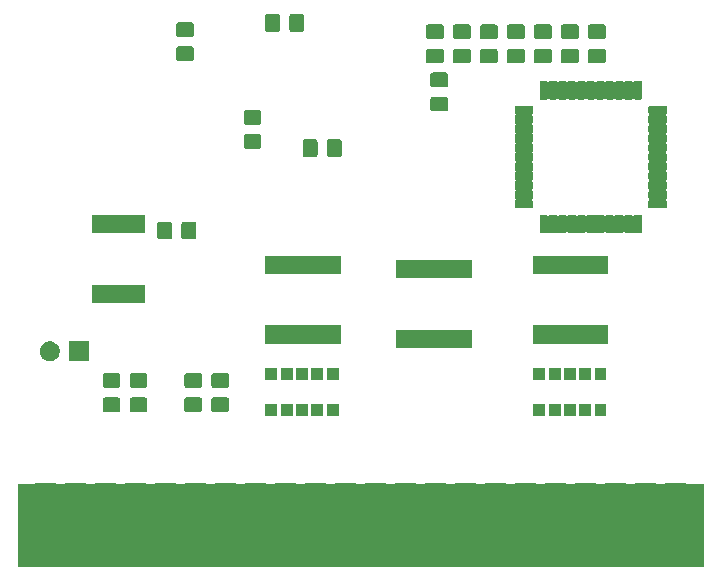
<source format=gbr>
G04 #@! TF.GenerationSoftware,KiCad,Pcbnew,(5.1.5)-3*
G04 #@! TF.CreationDate,2020-08-18T03:56:32-04:00*
G04 #@! TF.ProjectId,c64-cpm-smd,6336342d-6370-46d2-9d73-6d642e6b6963,rev?*
G04 #@! TF.SameCoordinates,Original*
G04 #@! TF.FileFunction,Soldermask,Bot*
G04 #@! TF.FilePolarity,Negative*
%FSLAX46Y46*%
G04 Gerber Fmt 4.6, Leading zero omitted, Abs format (unit mm)*
G04 Created by KiCad (PCBNEW (5.1.5)-3) date 2020-08-18 03:56:32*
%MOMM*%
%LPD*%
G04 APERTURE LIST*
%ADD10C,0.100000*%
G04 APERTURE END LIST*
D10*
G36*
X125920500Y-145161000D02*
G01*
X125920500Y-152082500D01*
X183959500Y-152082500D01*
X183959500Y-145161000D01*
X125920500Y-145161000D01*
G37*
X125920500Y-145161000D02*
X125920500Y-152082500D01*
X183959500Y-152082500D01*
X183959500Y-145161000D01*
X125920500Y-145161000D01*
G36*
X146976000Y-152141000D02*
G01*
X145124000Y-152141000D01*
X145124000Y-145039000D01*
X146976000Y-145039000D01*
X146976000Y-152141000D01*
G37*
G36*
X159676000Y-152141000D02*
G01*
X157824000Y-152141000D01*
X157824000Y-145039000D01*
X159676000Y-145039000D01*
X159676000Y-152141000D01*
G37*
G36*
X139356000Y-152141000D02*
G01*
X137504000Y-152141000D01*
X137504000Y-145039000D01*
X139356000Y-145039000D01*
X139356000Y-152141000D01*
G37*
G36*
X136816000Y-152141000D02*
G01*
X134964000Y-152141000D01*
X134964000Y-145039000D01*
X136816000Y-145039000D01*
X136816000Y-152141000D01*
G37*
G36*
X131736000Y-152141000D02*
G01*
X129884000Y-152141000D01*
X129884000Y-145039000D01*
X131736000Y-145039000D01*
X131736000Y-152141000D01*
G37*
G36*
X134276000Y-152141000D02*
G01*
X132424000Y-152141000D01*
X132424000Y-145039000D01*
X134276000Y-145039000D01*
X134276000Y-152141000D01*
G37*
G36*
X164756000Y-152141000D02*
G01*
X162904000Y-152141000D01*
X162904000Y-145039000D01*
X164756000Y-145039000D01*
X164756000Y-152141000D01*
G37*
G36*
X154596000Y-152141000D02*
G01*
X152744000Y-152141000D01*
X152744000Y-145039000D01*
X154596000Y-145039000D01*
X154596000Y-152141000D01*
G37*
G36*
X167296000Y-152141000D02*
G01*
X165444000Y-152141000D01*
X165444000Y-145039000D01*
X167296000Y-145039000D01*
X167296000Y-152141000D01*
G37*
G36*
X169836000Y-152141000D02*
G01*
X167984000Y-152141000D01*
X167984000Y-145039000D01*
X169836000Y-145039000D01*
X169836000Y-152141000D01*
G37*
G36*
X157136000Y-152141000D02*
G01*
X155284000Y-152141000D01*
X155284000Y-145039000D01*
X157136000Y-145039000D01*
X157136000Y-152141000D01*
G37*
G36*
X162216000Y-152141000D02*
G01*
X160364000Y-152141000D01*
X160364000Y-145039000D01*
X162216000Y-145039000D01*
X162216000Y-152141000D01*
G37*
G36*
X177456000Y-152141000D02*
G01*
X175604000Y-152141000D01*
X175604000Y-145039000D01*
X177456000Y-145039000D01*
X177456000Y-152141000D01*
G37*
G36*
X179996000Y-152141000D02*
G01*
X178144000Y-152141000D01*
X178144000Y-145039000D01*
X179996000Y-145039000D01*
X179996000Y-152141000D01*
G37*
G36*
X172376000Y-152141000D02*
G01*
X170524000Y-152141000D01*
X170524000Y-145039000D01*
X172376000Y-145039000D01*
X172376000Y-152141000D01*
G37*
G36*
X174916000Y-152141000D02*
G01*
X173064000Y-152141000D01*
X173064000Y-145039000D01*
X174916000Y-145039000D01*
X174916000Y-152141000D01*
G37*
G36*
X129196000Y-152141000D02*
G01*
X127344000Y-152141000D01*
X127344000Y-145039000D01*
X129196000Y-145039000D01*
X129196000Y-152141000D01*
G37*
G36*
X141896000Y-152141000D02*
G01*
X140044000Y-152141000D01*
X140044000Y-145039000D01*
X141896000Y-145039000D01*
X141896000Y-152141000D01*
G37*
G36*
X149516000Y-152141000D02*
G01*
X147664000Y-152141000D01*
X147664000Y-145039000D01*
X149516000Y-145039000D01*
X149516000Y-152141000D01*
G37*
G36*
X144436000Y-152141000D02*
G01*
X142584000Y-152141000D01*
X142584000Y-145039000D01*
X144436000Y-145039000D01*
X144436000Y-152141000D01*
G37*
G36*
X152056000Y-152141000D02*
G01*
X150204000Y-152141000D01*
X150204000Y-145039000D01*
X152056000Y-145039000D01*
X152056000Y-152141000D01*
G37*
G36*
X182536000Y-152141000D02*
G01*
X180684000Y-152141000D01*
X180684000Y-145039000D01*
X182536000Y-145039000D01*
X182536000Y-152141000D01*
G37*
G36*
X149208000Y-139351500D02*
G01*
X148206000Y-139351500D01*
X148206000Y-138349500D01*
X149208000Y-138349500D01*
X149208000Y-139351500D01*
G37*
G36*
X153088000Y-139351500D02*
G01*
X152086000Y-139351500D01*
X152086000Y-138349500D01*
X153088000Y-138349500D01*
X153088000Y-139351500D01*
G37*
G36*
X147888000Y-139351500D02*
G01*
X146886000Y-139351500D01*
X146886000Y-138349500D01*
X147888000Y-138349500D01*
X147888000Y-139351500D01*
G37*
G36*
X151768000Y-139351500D02*
G01*
X150766000Y-139351500D01*
X150766000Y-138349500D01*
X151768000Y-138349500D01*
X151768000Y-139351500D01*
G37*
G36*
X174437500Y-139351500D02*
G01*
X173435500Y-139351500D01*
X173435500Y-138349500D01*
X174437500Y-138349500D01*
X174437500Y-139351500D01*
G37*
G36*
X170557500Y-139351500D02*
G01*
X169555500Y-139351500D01*
X169555500Y-138349500D01*
X170557500Y-138349500D01*
X170557500Y-139351500D01*
G37*
G36*
X175757500Y-139351500D02*
G01*
X174755500Y-139351500D01*
X174755500Y-138349500D01*
X175757500Y-138349500D01*
X175757500Y-139351500D01*
G37*
G36*
X171877500Y-139351500D02*
G01*
X170875500Y-139351500D01*
X170875500Y-138349500D01*
X171877500Y-138349500D01*
X171877500Y-139351500D01*
G37*
G36*
X173157500Y-139351500D02*
G01*
X172155500Y-139351500D01*
X172155500Y-138349500D01*
X173157500Y-138349500D01*
X173157500Y-139351500D01*
G37*
G36*
X150488000Y-139351500D02*
G01*
X149486000Y-139351500D01*
X149486000Y-138349500D01*
X150488000Y-138349500D01*
X150488000Y-139351500D01*
G37*
G36*
X136732674Y-137817465D02*
G01*
X136770367Y-137828899D01*
X136805103Y-137847466D01*
X136835548Y-137872452D01*
X136860534Y-137902897D01*
X136879101Y-137937633D01*
X136890535Y-137975326D01*
X136895000Y-138020661D01*
X136895000Y-138857339D01*
X136890535Y-138902674D01*
X136879101Y-138940367D01*
X136860534Y-138975103D01*
X136835548Y-139005548D01*
X136805103Y-139030534D01*
X136770367Y-139049101D01*
X136732674Y-139060535D01*
X136687339Y-139065000D01*
X135600661Y-139065000D01*
X135555326Y-139060535D01*
X135517633Y-139049101D01*
X135482897Y-139030534D01*
X135452452Y-139005548D01*
X135427466Y-138975103D01*
X135408899Y-138940367D01*
X135397465Y-138902674D01*
X135393000Y-138857339D01*
X135393000Y-138020661D01*
X135397465Y-137975326D01*
X135408899Y-137937633D01*
X135427466Y-137902897D01*
X135452452Y-137872452D01*
X135482897Y-137847466D01*
X135517633Y-137828899D01*
X135555326Y-137817465D01*
X135600661Y-137813000D01*
X136687339Y-137813000D01*
X136732674Y-137817465D01*
G37*
G36*
X134446674Y-137817465D02*
G01*
X134484367Y-137828899D01*
X134519103Y-137847466D01*
X134549548Y-137872452D01*
X134574534Y-137902897D01*
X134593101Y-137937633D01*
X134604535Y-137975326D01*
X134609000Y-138020661D01*
X134609000Y-138857339D01*
X134604535Y-138902674D01*
X134593101Y-138940367D01*
X134574534Y-138975103D01*
X134549548Y-139005548D01*
X134519103Y-139030534D01*
X134484367Y-139049101D01*
X134446674Y-139060535D01*
X134401339Y-139065000D01*
X133314661Y-139065000D01*
X133269326Y-139060535D01*
X133231633Y-139049101D01*
X133196897Y-139030534D01*
X133166452Y-139005548D01*
X133141466Y-138975103D01*
X133122899Y-138940367D01*
X133111465Y-138902674D01*
X133107000Y-138857339D01*
X133107000Y-138020661D01*
X133111465Y-137975326D01*
X133122899Y-137937633D01*
X133141466Y-137902897D01*
X133166452Y-137872452D01*
X133196897Y-137847466D01*
X133231633Y-137828899D01*
X133269326Y-137817465D01*
X133314661Y-137813000D01*
X134401339Y-137813000D01*
X134446674Y-137817465D01*
G37*
G36*
X141368174Y-137817465D02*
G01*
X141405867Y-137828899D01*
X141440603Y-137847466D01*
X141471048Y-137872452D01*
X141496034Y-137902897D01*
X141514601Y-137937633D01*
X141526035Y-137975326D01*
X141530500Y-138020661D01*
X141530500Y-138857339D01*
X141526035Y-138902674D01*
X141514601Y-138940367D01*
X141496034Y-138975103D01*
X141471048Y-139005548D01*
X141440603Y-139030534D01*
X141405867Y-139049101D01*
X141368174Y-139060535D01*
X141322839Y-139065000D01*
X140236161Y-139065000D01*
X140190826Y-139060535D01*
X140153133Y-139049101D01*
X140118397Y-139030534D01*
X140087952Y-139005548D01*
X140062966Y-138975103D01*
X140044399Y-138940367D01*
X140032965Y-138902674D01*
X140028500Y-138857339D01*
X140028500Y-138020661D01*
X140032965Y-137975326D01*
X140044399Y-137937633D01*
X140062966Y-137902897D01*
X140087952Y-137872452D01*
X140118397Y-137847466D01*
X140153133Y-137828899D01*
X140190826Y-137817465D01*
X140236161Y-137813000D01*
X141322839Y-137813000D01*
X141368174Y-137817465D01*
G37*
G36*
X143654174Y-137817465D02*
G01*
X143691867Y-137828899D01*
X143726603Y-137847466D01*
X143757048Y-137872452D01*
X143782034Y-137902897D01*
X143800601Y-137937633D01*
X143812035Y-137975326D01*
X143816500Y-138020661D01*
X143816500Y-138857339D01*
X143812035Y-138902674D01*
X143800601Y-138940367D01*
X143782034Y-138975103D01*
X143757048Y-139005548D01*
X143726603Y-139030534D01*
X143691867Y-139049101D01*
X143654174Y-139060535D01*
X143608839Y-139065000D01*
X142522161Y-139065000D01*
X142476826Y-139060535D01*
X142439133Y-139049101D01*
X142404397Y-139030534D01*
X142373952Y-139005548D01*
X142348966Y-138975103D01*
X142330399Y-138940367D01*
X142318965Y-138902674D01*
X142314500Y-138857339D01*
X142314500Y-138020661D01*
X142318965Y-137975326D01*
X142330399Y-137937633D01*
X142348966Y-137902897D01*
X142373952Y-137872452D01*
X142404397Y-137847466D01*
X142439133Y-137828899D01*
X142476826Y-137817465D01*
X142522161Y-137813000D01*
X143608839Y-137813000D01*
X143654174Y-137817465D01*
G37*
G36*
X143654174Y-135767465D02*
G01*
X143691867Y-135778899D01*
X143726603Y-135797466D01*
X143757048Y-135822452D01*
X143782034Y-135852897D01*
X143800601Y-135887633D01*
X143812035Y-135925326D01*
X143816500Y-135970661D01*
X143816500Y-136807339D01*
X143812035Y-136852674D01*
X143800601Y-136890367D01*
X143782034Y-136925103D01*
X143757048Y-136955548D01*
X143726603Y-136980534D01*
X143691867Y-136999101D01*
X143654174Y-137010535D01*
X143608839Y-137015000D01*
X142522161Y-137015000D01*
X142476826Y-137010535D01*
X142439133Y-136999101D01*
X142404397Y-136980534D01*
X142373952Y-136955548D01*
X142348966Y-136925103D01*
X142330399Y-136890367D01*
X142318965Y-136852674D01*
X142314500Y-136807339D01*
X142314500Y-135970661D01*
X142318965Y-135925326D01*
X142330399Y-135887633D01*
X142348966Y-135852897D01*
X142373952Y-135822452D01*
X142404397Y-135797466D01*
X142439133Y-135778899D01*
X142476826Y-135767465D01*
X142522161Y-135763000D01*
X143608839Y-135763000D01*
X143654174Y-135767465D01*
G37*
G36*
X141368174Y-135767465D02*
G01*
X141405867Y-135778899D01*
X141440603Y-135797466D01*
X141471048Y-135822452D01*
X141496034Y-135852897D01*
X141514601Y-135887633D01*
X141526035Y-135925326D01*
X141530500Y-135970661D01*
X141530500Y-136807339D01*
X141526035Y-136852674D01*
X141514601Y-136890367D01*
X141496034Y-136925103D01*
X141471048Y-136955548D01*
X141440603Y-136980534D01*
X141405867Y-136999101D01*
X141368174Y-137010535D01*
X141322839Y-137015000D01*
X140236161Y-137015000D01*
X140190826Y-137010535D01*
X140153133Y-136999101D01*
X140118397Y-136980534D01*
X140087952Y-136955548D01*
X140062966Y-136925103D01*
X140044399Y-136890367D01*
X140032965Y-136852674D01*
X140028500Y-136807339D01*
X140028500Y-135970661D01*
X140032965Y-135925326D01*
X140044399Y-135887633D01*
X140062966Y-135852897D01*
X140087952Y-135822452D01*
X140118397Y-135797466D01*
X140153133Y-135778899D01*
X140190826Y-135767465D01*
X140236161Y-135763000D01*
X141322839Y-135763000D01*
X141368174Y-135767465D01*
G37*
G36*
X136732674Y-135767465D02*
G01*
X136770367Y-135778899D01*
X136805103Y-135797466D01*
X136835548Y-135822452D01*
X136860534Y-135852897D01*
X136879101Y-135887633D01*
X136890535Y-135925326D01*
X136895000Y-135970661D01*
X136895000Y-136807339D01*
X136890535Y-136852674D01*
X136879101Y-136890367D01*
X136860534Y-136925103D01*
X136835548Y-136955548D01*
X136805103Y-136980534D01*
X136770367Y-136999101D01*
X136732674Y-137010535D01*
X136687339Y-137015000D01*
X135600661Y-137015000D01*
X135555326Y-137010535D01*
X135517633Y-136999101D01*
X135482897Y-136980534D01*
X135452452Y-136955548D01*
X135427466Y-136925103D01*
X135408899Y-136890367D01*
X135397465Y-136852674D01*
X135393000Y-136807339D01*
X135393000Y-135970661D01*
X135397465Y-135925326D01*
X135408899Y-135887633D01*
X135427466Y-135852897D01*
X135452452Y-135822452D01*
X135482897Y-135797466D01*
X135517633Y-135778899D01*
X135555326Y-135767465D01*
X135600661Y-135763000D01*
X136687339Y-135763000D01*
X136732674Y-135767465D01*
G37*
G36*
X134446674Y-135767465D02*
G01*
X134484367Y-135778899D01*
X134519103Y-135797466D01*
X134549548Y-135822452D01*
X134574534Y-135852897D01*
X134593101Y-135887633D01*
X134604535Y-135925326D01*
X134609000Y-135970661D01*
X134609000Y-136807339D01*
X134604535Y-136852674D01*
X134593101Y-136890367D01*
X134574534Y-136925103D01*
X134549548Y-136955548D01*
X134519103Y-136980534D01*
X134484367Y-136999101D01*
X134446674Y-137010535D01*
X134401339Y-137015000D01*
X133314661Y-137015000D01*
X133269326Y-137010535D01*
X133231633Y-136999101D01*
X133196897Y-136980534D01*
X133166452Y-136955548D01*
X133141466Y-136925103D01*
X133122899Y-136890367D01*
X133111465Y-136852674D01*
X133107000Y-136807339D01*
X133107000Y-135970661D01*
X133111465Y-135925326D01*
X133122899Y-135887633D01*
X133141466Y-135852897D01*
X133166452Y-135822452D01*
X133196897Y-135797466D01*
X133231633Y-135778899D01*
X133269326Y-135767465D01*
X133314661Y-135763000D01*
X134401339Y-135763000D01*
X134446674Y-135767465D01*
G37*
G36*
X174437500Y-136351500D02*
G01*
X173435500Y-136351500D01*
X173435500Y-135349500D01*
X174437500Y-135349500D01*
X174437500Y-136351500D01*
G37*
G36*
X149208000Y-136351500D02*
G01*
X148206000Y-136351500D01*
X148206000Y-135349500D01*
X149208000Y-135349500D01*
X149208000Y-136351500D01*
G37*
G36*
X147888000Y-136351500D02*
G01*
X146886000Y-136351500D01*
X146886000Y-135349500D01*
X147888000Y-135349500D01*
X147888000Y-136351500D01*
G37*
G36*
X150488000Y-136351500D02*
G01*
X149486000Y-136351500D01*
X149486000Y-135349500D01*
X150488000Y-135349500D01*
X150488000Y-136351500D01*
G37*
G36*
X151768000Y-136351500D02*
G01*
X150766000Y-136351500D01*
X150766000Y-135349500D01*
X151768000Y-135349500D01*
X151768000Y-136351500D01*
G37*
G36*
X153088000Y-136351500D02*
G01*
X152086000Y-136351500D01*
X152086000Y-135349500D01*
X153088000Y-135349500D01*
X153088000Y-136351500D01*
G37*
G36*
X170557500Y-136351500D02*
G01*
X169555500Y-136351500D01*
X169555500Y-135349500D01*
X170557500Y-135349500D01*
X170557500Y-136351500D01*
G37*
G36*
X173157500Y-136351500D02*
G01*
X172155500Y-136351500D01*
X172155500Y-135349500D01*
X173157500Y-135349500D01*
X173157500Y-136351500D01*
G37*
G36*
X171877500Y-136351500D02*
G01*
X170875500Y-136351500D01*
X170875500Y-135349500D01*
X171877500Y-135349500D01*
X171877500Y-136351500D01*
G37*
G36*
X175757500Y-136351500D02*
G01*
X174755500Y-136351500D01*
X174755500Y-135349500D01*
X175757500Y-135349500D01*
X175757500Y-136351500D01*
G37*
G36*
X128875728Y-133103203D02*
G01*
X129030600Y-133167353D01*
X129169981Y-133260485D01*
X129288515Y-133379019D01*
X129381647Y-133518400D01*
X129445797Y-133673272D01*
X129478500Y-133837684D01*
X129478500Y-134005316D01*
X129445797Y-134169728D01*
X129381647Y-134324600D01*
X129288515Y-134463981D01*
X129169981Y-134582515D01*
X129030600Y-134675647D01*
X128875728Y-134739797D01*
X128711316Y-134772500D01*
X128543684Y-134772500D01*
X128379272Y-134739797D01*
X128224400Y-134675647D01*
X128085019Y-134582515D01*
X127966485Y-134463981D01*
X127873353Y-134324600D01*
X127809203Y-134169728D01*
X127776500Y-134005316D01*
X127776500Y-133837684D01*
X127809203Y-133673272D01*
X127873353Y-133518400D01*
X127966485Y-133379019D01*
X128085019Y-133260485D01*
X128224400Y-133167353D01*
X128379272Y-133103203D01*
X128543684Y-133070500D01*
X128711316Y-133070500D01*
X128875728Y-133103203D01*
G37*
G36*
X131978500Y-134772500D02*
G01*
X130276500Y-134772500D01*
X130276500Y-133070500D01*
X131978500Y-133070500D01*
X131978500Y-134772500D01*
G37*
G36*
X164364000Y-133647000D02*
G01*
X157962000Y-133647000D01*
X157962000Y-132095000D01*
X164364000Y-132095000D01*
X164364000Y-133647000D01*
G37*
G36*
X175921000Y-133266000D02*
G01*
X169519000Y-133266000D01*
X169519000Y-131714000D01*
X175921000Y-131714000D01*
X175921000Y-133266000D01*
G37*
G36*
X153251500Y-133266000D02*
G01*
X146849500Y-133266000D01*
X146849500Y-131714000D01*
X153251500Y-131714000D01*
X153251500Y-133266000D01*
G37*
G36*
X136655500Y-129837000D02*
G01*
X132203500Y-129837000D01*
X132203500Y-128285000D01*
X136655500Y-128285000D01*
X136655500Y-129837000D01*
G37*
G36*
X164364000Y-127747000D02*
G01*
X157962000Y-127747000D01*
X157962000Y-126195000D01*
X164364000Y-126195000D01*
X164364000Y-127747000D01*
G37*
G36*
X175921000Y-127366000D02*
G01*
X169519000Y-127366000D01*
X169519000Y-125814000D01*
X175921000Y-125814000D01*
X175921000Y-127366000D01*
G37*
G36*
X153251500Y-127366000D02*
G01*
X146849500Y-127366000D01*
X146849500Y-125814000D01*
X153251500Y-125814000D01*
X153251500Y-127366000D01*
G37*
G36*
X138821174Y-122951465D02*
G01*
X138858867Y-122962899D01*
X138893603Y-122981466D01*
X138924048Y-123006452D01*
X138949034Y-123036897D01*
X138967601Y-123071633D01*
X138979035Y-123109326D01*
X138983500Y-123154661D01*
X138983500Y-124241339D01*
X138979035Y-124286674D01*
X138967601Y-124324367D01*
X138949034Y-124359103D01*
X138924048Y-124389548D01*
X138893603Y-124414534D01*
X138858867Y-124433101D01*
X138821174Y-124444535D01*
X138775839Y-124449000D01*
X137939161Y-124449000D01*
X137893826Y-124444535D01*
X137856133Y-124433101D01*
X137821397Y-124414534D01*
X137790952Y-124389548D01*
X137765966Y-124359103D01*
X137747399Y-124324367D01*
X137735965Y-124286674D01*
X137731500Y-124241339D01*
X137731500Y-123154661D01*
X137735965Y-123109326D01*
X137747399Y-123071633D01*
X137765966Y-123036897D01*
X137790952Y-123006452D01*
X137821397Y-122981466D01*
X137856133Y-122962899D01*
X137893826Y-122951465D01*
X137939161Y-122947000D01*
X138775839Y-122947000D01*
X138821174Y-122951465D01*
G37*
G36*
X140871174Y-122951465D02*
G01*
X140908867Y-122962899D01*
X140943603Y-122981466D01*
X140974048Y-123006452D01*
X140999034Y-123036897D01*
X141017601Y-123071633D01*
X141029035Y-123109326D01*
X141033500Y-123154661D01*
X141033500Y-124241339D01*
X141029035Y-124286674D01*
X141017601Y-124324367D01*
X140999034Y-124359103D01*
X140974048Y-124389548D01*
X140943603Y-124414534D01*
X140908867Y-124433101D01*
X140871174Y-124444535D01*
X140825839Y-124449000D01*
X139989161Y-124449000D01*
X139943826Y-124444535D01*
X139906133Y-124433101D01*
X139871397Y-124414534D01*
X139840952Y-124389548D01*
X139815966Y-124359103D01*
X139797399Y-124324367D01*
X139785965Y-124286674D01*
X139781500Y-124241339D01*
X139781500Y-123154661D01*
X139785965Y-123109326D01*
X139797399Y-123071633D01*
X139815966Y-123036897D01*
X139840952Y-123006452D01*
X139871397Y-122981466D01*
X139906133Y-122962899D01*
X139943826Y-122951465D01*
X139989161Y-122947000D01*
X140825839Y-122947000D01*
X140871174Y-122951465D01*
G37*
G36*
X136655500Y-123937000D02*
G01*
X132203500Y-123937000D01*
X132203500Y-122385000D01*
X136655500Y-122385000D01*
X136655500Y-123937000D01*
G37*
G36*
X170679487Y-122351524D02*
G01*
X170698230Y-122357210D01*
X170715497Y-122366439D01*
X170730638Y-122378865D01*
X170737875Y-122387683D01*
X170755202Y-122405010D01*
X170775576Y-122418623D01*
X170798215Y-122428001D01*
X170822248Y-122432781D01*
X170846752Y-122432781D01*
X170870785Y-122428001D01*
X170893424Y-122418623D01*
X170913799Y-122405009D01*
X170931125Y-122387683D01*
X170938362Y-122378865D01*
X170953503Y-122366439D01*
X170970770Y-122357210D01*
X170989513Y-122351524D01*
X171015140Y-122349000D01*
X171453860Y-122349000D01*
X171479487Y-122351524D01*
X171498230Y-122357210D01*
X171515497Y-122366439D01*
X171530638Y-122378865D01*
X171537875Y-122387683D01*
X171555202Y-122405010D01*
X171575576Y-122418623D01*
X171598215Y-122428001D01*
X171622248Y-122432781D01*
X171646752Y-122432781D01*
X171670785Y-122428001D01*
X171693424Y-122418623D01*
X171713799Y-122405009D01*
X171731125Y-122387683D01*
X171738362Y-122378865D01*
X171753503Y-122366439D01*
X171770770Y-122357210D01*
X171789513Y-122351524D01*
X171815140Y-122349000D01*
X172253860Y-122349000D01*
X172279487Y-122351524D01*
X172298230Y-122357210D01*
X172315497Y-122366439D01*
X172330638Y-122378865D01*
X172337875Y-122387683D01*
X172355202Y-122405010D01*
X172375576Y-122418623D01*
X172398215Y-122428001D01*
X172422248Y-122432781D01*
X172446752Y-122432781D01*
X172470785Y-122428001D01*
X172493424Y-122418623D01*
X172513799Y-122405009D01*
X172531125Y-122387683D01*
X172538362Y-122378865D01*
X172553503Y-122366439D01*
X172570770Y-122357210D01*
X172589513Y-122351524D01*
X172615140Y-122349000D01*
X173053860Y-122349000D01*
X173079487Y-122351524D01*
X173098230Y-122357210D01*
X173115497Y-122366439D01*
X173130638Y-122378865D01*
X173137875Y-122387683D01*
X173155202Y-122405010D01*
X173175576Y-122418623D01*
X173198215Y-122428001D01*
X173222248Y-122432781D01*
X173246752Y-122432781D01*
X173270785Y-122428001D01*
X173293424Y-122418623D01*
X173313799Y-122405009D01*
X173331125Y-122387683D01*
X173338362Y-122378865D01*
X173353503Y-122366439D01*
X173370770Y-122357210D01*
X173389513Y-122351524D01*
X173415140Y-122349000D01*
X173853860Y-122349000D01*
X173879487Y-122351524D01*
X173898230Y-122357210D01*
X173915497Y-122366439D01*
X173930638Y-122378865D01*
X173937875Y-122387683D01*
X173955202Y-122405010D01*
X173975576Y-122418623D01*
X173998215Y-122428001D01*
X174022248Y-122432781D01*
X174046752Y-122432781D01*
X174070785Y-122428001D01*
X174093424Y-122418623D01*
X174113799Y-122405009D01*
X174131125Y-122387683D01*
X174138362Y-122378865D01*
X174153503Y-122366439D01*
X174170770Y-122357210D01*
X174189513Y-122351524D01*
X174215140Y-122349000D01*
X174653860Y-122349000D01*
X174679487Y-122351524D01*
X174698230Y-122357210D01*
X174715497Y-122366439D01*
X174730638Y-122378865D01*
X174737875Y-122387683D01*
X174755202Y-122405010D01*
X174775576Y-122418623D01*
X174798215Y-122428001D01*
X174822248Y-122432781D01*
X174846752Y-122432781D01*
X174870785Y-122428001D01*
X174893424Y-122418623D01*
X174913799Y-122405009D01*
X174931125Y-122387683D01*
X174938362Y-122378865D01*
X174953503Y-122366439D01*
X174970770Y-122357210D01*
X174989513Y-122351524D01*
X175015140Y-122349000D01*
X175453860Y-122349000D01*
X175479487Y-122351524D01*
X175498230Y-122357210D01*
X175515497Y-122366439D01*
X175530638Y-122378865D01*
X175537875Y-122387683D01*
X175555202Y-122405010D01*
X175575576Y-122418623D01*
X175598215Y-122428001D01*
X175622248Y-122432781D01*
X175646752Y-122432781D01*
X175670785Y-122428001D01*
X175693424Y-122418623D01*
X175713799Y-122405009D01*
X175731125Y-122387683D01*
X175738362Y-122378865D01*
X175753503Y-122366439D01*
X175770770Y-122357210D01*
X175789513Y-122351524D01*
X175815140Y-122349000D01*
X176253860Y-122349000D01*
X176279487Y-122351524D01*
X176298230Y-122357210D01*
X176315497Y-122366439D01*
X176330638Y-122378865D01*
X176337875Y-122387683D01*
X176355202Y-122405010D01*
X176375576Y-122418623D01*
X176398215Y-122428001D01*
X176422248Y-122432781D01*
X176446752Y-122432781D01*
X176470785Y-122428001D01*
X176493424Y-122418623D01*
X176513799Y-122405009D01*
X176531125Y-122387683D01*
X176538362Y-122378865D01*
X176553503Y-122366439D01*
X176570770Y-122357210D01*
X176589513Y-122351524D01*
X176615140Y-122349000D01*
X177053860Y-122349000D01*
X177079487Y-122351524D01*
X177098230Y-122357210D01*
X177115497Y-122366439D01*
X177130638Y-122378865D01*
X177137875Y-122387683D01*
X177155202Y-122405010D01*
X177175576Y-122418623D01*
X177198215Y-122428001D01*
X177222248Y-122432781D01*
X177246752Y-122432781D01*
X177270785Y-122428001D01*
X177293424Y-122418623D01*
X177313799Y-122405009D01*
X177331125Y-122387683D01*
X177338362Y-122378865D01*
X177353503Y-122366439D01*
X177370770Y-122357210D01*
X177389513Y-122351524D01*
X177415140Y-122349000D01*
X177853860Y-122349000D01*
X177879487Y-122351524D01*
X177898230Y-122357210D01*
X177915497Y-122366439D01*
X177930638Y-122378865D01*
X177937875Y-122387683D01*
X177955202Y-122405010D01*
X177975576Y-122418623D01*
X177998215Y-122428001D01*
X178022248Y-122432781D01*
X178046752Y-122432781D01*
X178070785Y-122428001D01*
X178093424Y-122418623D01*
X178113799Y-122405009D01*
X178131125Y-122387683D01*
X178138362Y-122378865D01*
X178153503Y-122366439D01*
X178170770Y-122357210D01*
X178189513Y-122351524D01*
X178215140Y-122349000D01*
X178653860Y-122349000D01*
X178679487Y-122351524D01*
X178698230Y-122357210D01*
X178715497Y-122366439D01*
X178730636Y-122378864D01*
X178743061Y-122394003D01*
X178752290Y-122411270D01*
X178757976Y-122430013D01*
X178760500Y-122455640D01*
X178760500Y-123819360D01*
X178757976Y-123844987D01*
X178752290Y-123863730D01*
X178743061Y-123880997D01*
X178730636Y-123896136D01*
X178715497Y-123908561D01*
X178698230Y-123917790D01*
X178679487Y-123923476D01*
X178653860Y-123926000D01*
X178215140Y-123926000D01*
X178189513Y-123923476D01*
X178170770Y-123917790D01*
X178153503Y-123908561D01*
X178138362Y-123896135D01*
X178131125Y-123887317D01*
X178113798Y-123869990D01*
X178093424Y-123856377D01*
X178070785Y-123846999D01*
X178046752Y-123842219D01*
X178022248Y-123842219D01*
X177998215Y-123846999D01*
X177975576Y-123856377D01*
X177955201Y-123869991D01*
X177937875Y-123887317D01*
X177930638Y-123896135D01*
X177915497Y-123908561D01*
X177898230Y-123917790D01*
X177879487Y-123923476D01*
X177853860Y-123926000D01*
X177415140Y-123926000D01*
X177389513Y-123923476D01*
X177370770Y-123917790D01*
X177353503Y-123908561D01*
X177338362Y-123896135D01*
X177331125Y-123887317D01*
X177313798Y-123869990D01*
X177293424Y-123856377D01*
X177270785Y-123846999D01*
X177246752Y-123842219D01*
X177222248Y-123842219D01*
X177198215Y-123846999D01*
X177175576Y-123856377D01*
X177155201Y-123869991D01*
X177137875Y-123887317D01*
X177130638Y-123896135D01*
X177115497Y-123908561D01*
X177098230Y-123917790D01*
X177079487Y-123923476D01*
X177053860Y-123926000D01*
X176615140Y-123926000D01*
X176589513Y-123923476D01*
X176570770Y-123917790D01*
X176553503Y-123908561D01*
X176538362Y-123896135D01*
X176531125Y-123887317D01*
X176513798Y-123869990D01*
X176493424Y-123856377D01*
X176470785Y-123846999D01*
X176446752Y-123842219D01*
X176422248Y-123842219D01*
X176398215Y-123846999D01*
X176375576Y-123856377D01*
X176355201Y-123869991D01*
X176337875Y-123887317D01*
X176330638Y-123896135D01*
X176315497Y-123908561D01*
X176298230Y-123917790D01*
X176279487Y-123923476D01*
X176253860Y-123926000D01*
X175815140Y-123926000D01*
X175789513Y-123923476D01*
X175770770Y-123917790D01*
X175753503Y-123908561D01*
X175738362Y-123896135D01*
X175731125Y-123887317D01*
X175713798Y-123869990D01*
X175693424Y-123856377D01*
X175670785Y-123846999D01*
X175646752Y-123842219D01*
X175622248Y-123842219D01*
X175598215Y-123846999D01*
X175575576Y-123856377D01*
X175555201Y-123869991D01*
X175537875Y-123887317D01*
X175530638Y-123896135D01*
X175515497Y-123908561D01*
X175498230Y-123917790D01*
X175479487Y-123923476D01*
X175453860Y-123926000D01*
X175015140Y-123926000D01*
X174989513Y-123923476D01*
X174970770Y-123917790D01*
X174953503Y-123908561D01*
X174938362Y-123896135D01*
X174931125Y-123887317D01*
X174913798Y-123869990D01*
X174893424Y-123856377D01*
X174870785Y-123846999D01*
X174846752Y-123842219D01*
X174822248Y-123842219D01*
X174798215Y-123846999D01*
X174775576Y-123856377D01*
X174755201Y-123869991D01*
X174737875Y-123887317D01*
X174730638Y-123896135D01*
X174715497Y-123908561D01*
X174698230Y-123917790D01*
X174679487Y-123923476D01*
X174653860Y-123926000D01*
X174215140Y-123926000D01*
X174189513Y-123923476D01*
X174170770Y-123917790D01*
X174153503Y-123908561D01*
X174138362Y-123896135D01*
X174131125Y-123887317D01*
X174113798Y-123869990D01*
X174093424Y-123856377D01*
X174070785Y-123846999D01*
X174046752Y-123842219D01*
X174022248Y-123842219D01*
X173998215Y-123846999D01*
X173975576Y-123856377D01*
X173955201Y-123869991D01*
X173937875Y-123887317D01*
X173930638Y-123896135D01*
X173915497Y-123908561D01*
X173898230Y-123917790D01*
X173879487Y-123923476D01*
X173853860Y-123926000D01*
X173415140Y-123926000D01*
X173389513Y-123923476D01*
X173370770Y-123917790D01*
X173353503Y-123908561D01*
X173338362Y-123896135D01*
X173331125Y-123887317D01*
X173313798Y-123869990D01*
X173293424Y-123856377D01*
X173270785Y-123846999D01*
X173246752Y-123842219D01*
X173222248Y-123842219D01*
X173198215Y-123846999D01*
X173175576Y-123856377D01*
X173155201Y-123869991D01*
X173137875Y-123887317D01*
X173130638Y-123896135D01*
X173115497Y-123908561D01*
X173098230Y-123917790D01*
X173079487Y-123923476D01*
X173053860Y-123926000D01*
X172615140Y-123926000D01*
X172589513Y-123923476D01*
X172570770Y-123917790D01*
X172553503Y-123908561D01*
X172538362Y-123896135D01*
X172531125Y-123887317D01*
X172513798Y-123869990D01*
X172493424Y-123856377D01*
X172470785Y-123846999D01*
X172446752Y-123842219D01*
X172422248Y-123842219D01*
X172398215Y-123846999D01*
X172375576Y-123856377D01*
X172355201Y-123869991D01*
X172337875Y-123887317D01*
X172330638Y-123896135D01*
X172315497Y-123908561D01*
X172298230Y-123917790D01*
X172279487Y-123923476D01*
X172253860Y-123926000D01*
X171815140Y-123926000D01*
X171789513Y-123923476D01*
X171770770Y-123917790D01*
X171753503Y-123908561D01*
X171738362Y-123896135D01*
X171731125Y-123887317D01*
X171713798Y-123869990D01*
X171693424Y-123856377D01*
X171670785Y-123846999D01*
X171646752Y-123842219D01*
X171622248Y-123842219D01*
X171598215Y-123846999D01*
X171575576Y-123856377D01*
X171555201Y-123869991D01*
X171537875Y-123887317D01*
X171530638Y-123896135D01*
X171515497Y-123908561D01*
X171498230Y-123917790D01*
X171479487Y-123923476D01*
X171453860Y-123926000D01*
X171015140Y-123926000D01*
X170989513Y-123923476D01*
X170970770Y-123917790D01*
X170953503Y-123908561D01*
X170938362Y-123896135D01*
X170931125Y-123887317D01*
X170913798Y-123869990D01*
X170893424Y-123856377D01*
X170870785Y-123846999D01*
X170846752Y-123842219D01*
X170822248Y-123842219D01*
X170798215Y-123846999D01*
X170775576Y-123856377D01*
X170755201Y-123869991D01*
X170737875Y-123887317D01*
X170730638Y-123896135D01*
X170715497Y-123908561D01*
X170698230Y-123917790D01*
X170679487Y-123923476D01*
X170653860Y-123926000D01*
X170215140Y-123926000D01*
X170189513Y-123923476D01*
X170170770Y-123917790D01*
X170153503Y-123908561D01*
X170138364Y-123896136D01*
X170125939Y-123880997D01*
X170116710Y-123863730D01*
X170111024Y-123844987D01*
X170108500Y-123819360D01*
X170108500Y-122455640D01*
X170111024Y-122430013D01*
X170116710Y-122411270D01*
X170125939Y-122394003D01*
X170138364Y-122378864D01*
X170153503Y-122366439D01*
X170170770Y-122357210D01*
X170189513Y-122351524D01*
X170215140Y-122349000D01*
X170653860Y-122349000D01*
X170679487Y-122351524D01*
G37*
G36*
X180804487Y-113151524D02*
G01*
X180823230Y-113157210D01*
X180840497Y-113166439D01*
X180855636Y-113178864D01*
X180868061Y-113194003D01*
X180877290Y-113211270D01*
X180882976Y-113230013D01*
X180885500Y-113255640D01*
X180885500Y-113694360D01*
X180882976Y-113719987D01*
X180877290Y-113738730D01*
X180868061Y-113755997D01*
X180855635Y-113771138D01*
X180846817Y-113778375D01*
X180829490Y-113795702D01*
X180815877Y-113816076D01*
X180806499Y-113838715D01*
X180801719Y-113862748D01*
X180801719Y-113887252D01*
X180806499Y-113911285D01*
X180815877Y-113933924D01*
X180829491Y-113954299D01*
X180846817Y-113971625D01*
X180855635Y-113978862D01*
X180868061Y-113994003D01*
X180877290Y-114011270D01*
X180882976Y-114030013D01*
X180885500Y-114055640D01*
X180885500Y-114494360D01*
X180882976Y-114519987D01*
X180877290Y-114538730D01*
X180868061Y-114555997D01*
X180855635Y-114571138D01*
X180846817Y-114578375D01*
X180829490Y-114595702D01*
X180815877Y-114616076D01*
X180806499Y-114638715D01*
X180801719Y-114662748D01*
X180801719Y-114687252D01*
X180806499Y-114711285D01*
X180815877Y-114733924D01*
X180829491Y-114754299D01*
X180846817Y-114771625D01*
X180855635Y-114778862D01*
X180868061Y-114794003D01*
X180877290Y-114811270D01*
X180882976Y-114830013D01*
X180885500Y-114855640D01*
X180885500Y-115294360D01*
X180882976Y-115319987D01*
X180877290Y-115338730D01*
X180868061Y-115355997D01*
X180855635Y-115371138D01*
X180846817Y-115378375D01*
X180829490Y-115395702D01*
X180815877Y-115416076D01*
X180806499Y-115438715D01*
X180801719Y-115462748D01*
X180801719Y-115487252D01*
X180806499Y-115511285D01*
X180815877Y-115533924D01*
X180829491Y-115554299D01*
X180846817Y-115571625D01*
X180855635Y-115578862D01*
X180868061Y-115594003D01*
X180877290Y-115611270D01*
X180882976Y-115630013D01*
X180885500Y-115655640D01*
X180885500Y-116094360D01*
X180882976Y-116119987D01*
X180877290Y-116138730D01*
X180868061Y-116155997D01*
X180855635Y-116171138D01*
X180846817Y-116178375D01*
X180829490Y-116195702D01*
X180815877Y-116216076D01*
X180806499Y-116238715D01*
X180801719Y-116262748D01*
X180801719Y-116287252D01*
X180806499Y-116311285D01*
X180815877Y-116333924D01*
X180829491Y-116354299D01*
X180846817Y-116371625D01*
X180855635Y-116378862D01*
X180868061Y-116394003D01*
X180877290Y-116411270D01*
X180882976Y-116430013D01*
X180885500Y-116455640D01*
X180885500Y-116894360D01*
X180882976Y-116919987D01*
X180877290Y-116938730D01*
X180868061Y-116955997D01*
X180855635Y-116971138D01*
X180846817Y-116978375D01*
X180829490Y-116995702D01*
X180815877Y-117016076D01*
X180806499Y-117038715D01*
X180801719Y-117062748D01*
X180801719Y-117087252D01*
X180806499Y-117111285D01*
X180815877Y-117133924D01*
X180829491Y-117154299D01*
X180846817Y-117171625D01*
X180855635Y-117178862D01*
X180868061Y-117194003D01*
X180877290Y-117211270D01*
X180882976Y-117230013D01*
X180885500Y-117255640D01*
X180885500Y-117694360D01*
X180882976Y-117719987D01*
X180877290Y-117738730D01*
X180868061Y-117755997D01*
X180855635Y-117771138D01*
X180846817Y-117778375D01*
X180829490Y-117795702D01*
X180815877Y-117816076D01*
X180806499Y-117838715D01*
X180801719Y-117862748D01*
X180801719Y-117887252D01*
X180806499Y-117911285D01*
X180815877Y-117933924D01*
X180829491Y-117954299D01*
X180846817Y-117971625D01*
X180855635Y-117978862D01*
X180868061Y-117994003D01*
X180877290Y-118011270D01*
X180882976Y-118030013D01*
X180885500Y-118055640D01*
X180885500Y-118494360D01*
X180882976Y-118519987D01*
X180877290Y-118538730D01*
X180868061Y-118555997D01*
X180855635Y-118571138D01*
X180846817Y-118578375D01*
X180829490Y-118595702D01*
X180815877Y-118616076D01*
X180806499Y-118638715D01*
X180801719Y-118662748D01*
X180801719Y-118687252D01*
X180806499Y-118711285D01*
X180815877Y-118733924D01*
X180829491Y-118754299D01*
X180846817Y-118771625D01*
X180855635Y-118778862D01*
X180868061Y-118794003D01*
X180877290Y-118811270D01*
X180882976Y-118830013D01*
X180885500Y-118855640D01*
X180885500Y-119294360D01*
X180882976Y-119319987D01*
X180877290Y-119338730D01*
X180868061Y-119355997D01*
X180855635Y-119371138D01*
X180846817Y-119378375D01*
X180829490Y-119395702D01*
X180815877Y-119416076D01*
X180806499Y-119438715D01*
X180801719Y-119462748D01*
X180801719Y-119487252D01*
X180806499Y-119511285D01*
X180815877Y-119533924D01*
X180829491Y-119554299D01*
X180846817Y-119571625D01*
X180855635Y-119578862D01*
X180868061Y-119594003D01*
X180877290Y-119611270D01*
X180882976Y-119630013D01*
X180885500Y-119655640D01*
X180885500Y-120094360D01*
X180882976Y-120119987D01*
X180877290Y-120138730D01*
X180868061Y-120155997D01*
X180855635Y-120171138D01*
X180846817Y-120178375D01*
X180829490Y-120195702D01*
X180815877Y-120216076D01*
X180806499Y-120238715D01*
X180801719Y-120262748D01*
X180801719Y-120287252D01*
X180806499Y-120311285D01*
X180815877Y-120333924D01*
X180829491Y-120354299D01*
X180846817Y-120371625D01*
X180855635Y-120378862D01*
X180868061Y-120394003D01*
X180877290Y-120411270D01*
X180882976Y-120430013D01*
X180885500Y-120455640D01*
X180885500Y-120894360D01*
X180882976Y-120919987D01*
X180877290Y-120938730D01*
X180868061Y-120955997D01*
X180855635Y-120971138D01*
X180846817Y-120978375D01*
X180829490Y-120995702D01*
X180815877Y-121016076D01*
X180806499Y-121038715D01*
X180801719Y-121062748D01*
X180801719Y-121087252D01*
X180806499Y-121111285D01*
X180815877Y-121133924D01*
X180829491Y-121154299D01*
X180846817Y-121171625D01*
X180855635Y-121178862D01*
X180868061Y-121194003D01*
X180877290Y-121211270D01*
X180882976Y-121230013D01*
X180885500Y-121255640D01*
X180885500Y-121694360D01*
X180882976Y-121719987D01*
X180877290Y-121738730D01*
X180868061Y-121755997D01*
X180855636Y-121771136D01*
X180840497Y-121783561D01*
X180823230Y-121792790D01*
X180804487Y-121798476D01*
X180778860Y-121801000D01*
X179415140Y-121801000D01*
X179389513Y-121798476D01*
X179370770Y-121792790D01*
X179353503Y-121783561D01*
X179338364Y-121771136D01*
X179325939Y-121755997D01*
X179316710Y-121738730D01*
X179311024Y-121719987D01*
X179308500Y-121694360D01*
X179308500Y-121255640D01*
X179311024Y-121230013D01*
X179316710Y-121211270D01*
X179325939Y-121194003D01*
X179338365Y-121178862D01*
X179347183Y-121171625D01*
X179364510Y-121154298D01*
X179378123Y-121133924D01*
X179387501Y-121111285D01*
X179392281Y-121087252D01*
X179392281Y-121062748D01*
X179387501Y-121038715D01*
X179378123Y-121016076D01*
X179364509Y-120995701D01*
X179347183Y-120978375D01*
X179338365Y-120971138D01*
X179325939Y-120955997D01*
X179316710Y-120938730D01*
X179311024Y-120919987D01*
X179308500Y-120894360D01*
X179308500Y-120455640D01*
X179311024Y-120430013D01*
X179316710Y-120411270D01*
X179325939Y-120394003D01*
X179338365Y-120378862D01*
X179347183Y-120371625D01*
X179364510Y-120354298D01*
X179378123Y-120333924D01*
X179387501Y-120311285D01*
X179392281Y-120287252D01*
X179392281Y-120262748D01*
X179387501Y-120238715D01*
X179378123Y-120216076D01*
X179364509Y-120195701D01*
X179347183Y-120178375D01*
X179338365Y-120171138D01*
X179325939Y-120155997D01*
X179316710Y-120138730D01*
X179311024Y-120119987D01*
X179308500Y-120094360D01*
X179308500Y-119655640D01*
X179311024Y-119630013D01*
X179316710Y-119611270D01*
X179325939Y-119594003D01*
X179338365Y-119578862D01*
X179347183Y-119571625D01*
X179364510Y-119554298D01*
X179378123Y-119533924D01*
X179387501Y-119511285D01*
X179392281Y-119487252D01*
X179392281Y-119462748D01*
X179387501Y-119438715D01*
X179378123Y-119416076D01*
X179364509Y-119395701D01*
X179347183Y-119378375D01*
X179338365Y-119371138D01*
X179325939Y-119355997D01*
X179316710Y-119338730D01*
X179311024Y-119319987D01*
X179308500Y-119294360D01*
X179308500Y-118855640D01*
X179311024Y-118830013D01*
X179316710Y-118811270D01*
X179325939Y-118794003D01*
X179338365Y-118778862D01*
X179347183Y-118771625D01*
X179364510Y-118754298D01*
X179378123Y-118733924D01*
X179387501Y-118711285D01*
X179392281Y-118687252D01*
X179392281Y-118662748D01*
X179387501Y-118638715D01*
X179378123Y-118616076D01*
X179364509Y-118595701D01*
X179347183Y-118578375D01*
X179338365Y-118571138D01*
X179325939Y-118555997D01*
X179316710Y-118538730D01*
X179311024Y-118519987D01*
X179308500Y-118494360D01*
X179308500Y-118055640D01*
X179311024Y-118030013D01*
X179316710Y-118011270D01*
X179325939Y-117994003D01*
X179338365Y-117978862D01*
X179347183Y-117971625D01*
X179364510Y-117954298D01*
X179378123Y-117933924D01*
X179387501Y-117911285D01*
X179392281Y-117887252D01*
X179392281Y-117862748D01*
X179387501Y-117838715D01*
X179378123Y-117816076D01*
X179364509Y-117795701D01*
X179347183Y-117778375D01*
X179338365Y-117771138D01*
X179325939Y-117755997D01*
X179316710Y-117738730D01*
X179311024Y-117719987D01*
X179308500Y-117694360D01*
X179308500Y-117255640D01*
X179311024Y-117230013D01*
X179316710Y-117211270D01*
X179325939Y-117194003D01*
X179338365Y-117178862D01*
X179347183Y-117171625D01*
X179364510Y-117154298D01*
X179378123Y-117133924D01*
X179387501Y-117111285D01*
X179392281Y-117087252D01*
X179392281Y-117062748D01*
X179387501Y-117038715D01*
X179378123Y-117016076D01*
X179364509Y-116995701D01*
X179347183Y-116978375D01*
X179338365Y-116971138D01*
X179325939Y-116955997D01*
X179316710Y-116938730D01*
X179311024Y-116919987D01*
X179308500Y-116894360D01*
X179308500Y-116455640D01*
X179311024Y-116430013D01*
X179316710Y-116411270D01*
X179325939Y-116394003D01*
X179338365Y-116378862D01*
X179347183Y-116371625D01*
X179364510Y-116354298D01*
X179378123Y-116333924D01*
X179387501Y-116311285D01*
X179392281Y-116287252D01*
X179392281Y-116262748D01*
X179387501Y-116238715D01*
X179378123Y-116216076D01*
X179364509Y-116195701D01*
X179347183Y-116178375D01*
X179338365Y-116171138D01*
X179325939Y-116155997D01*
X179316710Y-116138730D01*
X179311024Y-116119987D01*
X179308500Y-116094360D01*
X179308500Y-115655640D01*
X179311024Y-115630013D01*
X179316710Y-115611270D01*
X179325939Y-115594003D01*
X179338365Y-115578862D01*
X179347183Y-115571625D01*
X179364510Y-115554298D01*
X179378123Y-115533924D01*
X179387501Y-115511285D01*
X179392281Y-115487252D01*
X179392281Y-115462748D01*
X179387501Y-115438715D01*
X179378123Y-115416076D01*
X179364509Y-115395701D01*
X179347183Y-115378375D01*
X179338365Y-115371138D01*
X179325939Y-115355997D01*
X179316710Y-115338730D01*
X179311024Y-115319987D01*
X179308500Y-115294360D01*
X179308500Y-114855640D01*
X179311024Y-114830013D01*
X179316710Y-114811270D01*
X179325939Y-114794003D01*
X179338365Y-114778862D01*
X179347183Y-114771625D01*
X179364510Y-114754298D01*
X179378123Y-114733924D01*
X179387501Y-114711285D01*
X179392281Y-114687252D01*
X179392281Y-114662748D01*
X179387501Y-114638715D01*
X179378123Y-114616076D01*
X179364509Y-114595701D01*
X179347183Y-114578375D01*
X179338365Y-114571138D01*
X179325939Y-114555997D01*
X179316710Y-114538730D01*
X179311024Y-114519987D01*
X179308500Y-114494360D01*
X179308500Y-114055640D01*
X179311024Y-114030013D01*
X179316710Y-114011270D01*
X179325939Y-113994003D01*
X179338365Y-113978862D01*
X179347183Y-113971625D01*
X179364510Y-113954298D01*
X179378123Y-113933924D01*
X179387501Y-113911285D01*
X179392281Y-113887252D01*
X179392281Y-113862748D01*
X179387501Y-113838715D01*
X179378123Y-113816076D01*
X179364509Y-113795701D01*
X179347183Y-113778375D01*
X179338365Y-113771138D01*
X179325939Y-113755997D01*
X179316710Y-113738730D01*
X179311024Y-113719987D01*
X179308500Y-113694360D01*
X179308500Y-113255640D01*
X179311024Y-113230013D01*
X179316710Y-113211270D01*
X179325939Y-113194003D01*
X179338364Y-113178864D01*
X179353503Y-113166439D01*
X179370770Y-113157210D01*
X179389513Y-113151524D01*
X179415140Y-113149000D01*
X180778860Y-113149000D01*
X180804487Y-113151524D01*
G37*
G36*
X169479487Y-113151524D02*
G01*
X169498230Y-113157210D01*
X169515497Y-113166439D01*
X169530636Y-113178864D01*
X169543061Y-113194003D01*
X169552290Y-113211270D01*
X169557976Y-113230013D01*
X169560500Y-113255640D01*
X169560500Y-113694360D01*
X169557976Y-113719987D01*
X169552290Y-113738730D01*
X169543061Y-113755997D01*
X169530635Y-113771138D01*
X169521817Y-113778375D01*
X169504490Y-113795702D01*
X169490877Y-113816076D01*
X169481499Y-113838715D01*
X169476719Y-113862748D01*
X169476719Y-113887252D01*
X169481499Y-113911285D01*
X169490877Y-113933924D01*
X169504491Y-113954299D01*
X169521817Y-113971625D01*
X169530635Y-113978862D01*
X169543061Y-113994003D01*
X169552290Y-114011270D01*
X169557976Y-114030013D01*
X169560500Y-114055640D01*
X169560500Y-114494360D01*
X169557976Y-114519987D01*
X169552290Y-114538730D01*
X169543061Y-114555997D01*
X169530635Y-114571138D01*
X169521817Y-114578375D01*
X169504490Y-114595702D01*
X169490877Y-114616076D01*
X169481499Y-114638715D01*
X169476719Y-114662748D01*
X169476719Y-114687252D01*
X169481499Y-114711285D01*
X169490877Y-114733924D01*
X169504491Y-114754299D01*
X169521817Y-114771625D01*
X169530635Y-114778862D01*
X169543061Y-114794003D01*
X169552290Y-114811270D01*
X169557976Y-114830013D01*
X169560500Y-114855640D01*
X169560500Y-115294360D01*
X169557976Y-115319987D01*
X169552290Y-115338730D01*
X169543061Y-115355997D01*
X169530635Y-115371138D01*
X169521817Y-115378375D01*
X169504490Y-115395702D01*
X169490877Y-115416076D01*
X169481499Y-115438715D01*
X169476719Y-115462748D01*
X169476719Y-115487252D01*
X169481499Y-115511285D01*
X169490877Y-115533924D01*
X169504491Y-115554299D01*
X169521817Y-115571625D01*
X169530635Y-115578862D01*
X169543061Y-115594003D01*
X169552290Y-115611270D01*
X169557976Y-115630013D01*
X169560500Y-115655640D01*
X169560500Y-116094360D01*
X169557976Y-116119987D01*
X169552290Y-116138730D01*
X169543061Y-116155997D01*
X169530635Y-116171138D01*
X169521817Y-116178375D01*
X169504490Y-116195702D01*
X169490877Y-116216076D01*
X169481499Y-116238715D01*
X169476719Y-116262748D01*
X169476719Y-116287252D01*
X169481499Y-116311285D01*
X169490877Y-116333924D01*
X169504491Y-116354299D01*
X169521817Y-116371625D01*
X169530635Y-116378862D01*
X169543061Y-116394003D01*
X169552290Y-116411270D01*
X169557976Y-116430013D01*
X169560500Y-116455640D01*
X169560500Y-116894360D01*
X169557976Y-116919987D01*
X169552290Y-116938730D01*
X169543061Y-116955997D01*
X169530635Y-116971138D01*
X169521817Y-116978375D01*
X169504490Y-116995702D01*
X169490877Y-117016076D01*
X169481499Y-117038715D01*
X169476719Y-117062748D01*
X169476719Y-117087252D01*
X169481499Y-117111285D01*
X169490877Y-117133924D01*
X169504491Y-117154299D01*
X169521817Y-117171625D01*
X169530635Y-117178862D01*
X169543061Y-117194003D01*
X169552290Y-117211270D01*
X169557976Y-117230013D01*
X169560500Y-117255640D01*
X169560500Y-117694360D01*
X169557976Y-117719987D01*
X169552290Y-117738730D01*
X169543061Y-117755997D01*
X169530635Y-117771138D01*
X169521817Y-117778375D01*
X169504490Y-117795702D01*
X169490877Y-117816076D01*
X169481499Y-117838715D01*
X169476719Y-117862748D01*
X169476719Y-117887252D01*
X169481499Y-117911285D01*
X169490877Y-117933924D01*
X169504491Y-117954299D01*
X169521817Y-117971625D01*
X169530635Y-117978862D01*
X169543061Y-117994003D01*
X169552290Y-118011270D01*
X169557976Y-118030013D01*
X169560500Y-118055640D01*
X169560500Y-118494360D01*
X169557976Y-118519987D01*
X169552290Y-118538730D01*
X169543061Y-118555997D01*
X169530635Y-118571138D01*
X169521817Y-118578375D01*
X169504490Y-118595702D01*
X169490877Y-118616076D01*
X169481499Y-118638715D01*
X169476719Y-118662748D01*
X169476719Y-118687252D01*
X169481499Y-118711285D01*
X169490877Y-118733924D01*
X169504491Y-118754299D01*
X169521817Y-118771625D01*
X169530635Y-118778862D01*
X169543061Y-118794003D01*
X169552290Y-118811270D01*
X169557976Y-118830013D01*
X169560500Y-118855640D01*
X169560500Y-119294360D01*
X169557976Y-119319987D01*
X169552290Y-119338730D01*
X169543061Y-119355997D01*
X169530635Y-119371138D01*
X169521817Y-119378375D01*
X169504490Y-119395702D01*
X169490877Y-119416076D01*
X169481499Y-119438715D01*
X169476719Y-119462748D01*
X169476719Y-119487252D01*
X169481499Y-119511285D01*
X169490877Y-119533924D01*
X169504491Y-119554299D01*
X169521817Y-119571625D01*
X169530635Y-119578862D01*
X169543061Y-119594003D01*
X169552290Y-119611270D01*
X169557976Y-119630013D01*
X169560500Y-119655640D01*
X169560500Y-120094360D01*
X169557976Y-120119987D01*
X169552290Y-120138730D01*
X169543061Y-120155997D01*
X169530635Y-120171138D01*
X169521817Y-120178375D01*
X169504490Y-120195702D01*
X169490877Y-120216076D01*
X169481499Y-120238715D01*
X169476719Y-120262748D01*
X169476719Y-120287252D01*
X169481499Y-120311285D01*
X169490877Y-120333924D01*
X169504491Y-120354299D01*
X169521817Y-120371625D01*
X169530635Y-120378862D01*
X169543061Y-120394003D01*
X169552290Y-120411270D01*
X169557976Y-120430013D01*
X169560500Y-120455640D01*
X169560500Y-120894360D01*
X169557976Y-120919987D01*
X169552290Y-120938730D01*
X169543061Y-120955997D01*
X169530635Y-120971138D01*
X169521817Y-120978375D01*
X169504490Y-120995702D01*
X169490877Y-121016076D01*
X169481499Y-121038715D01*
X169476719Y-121062748D01*
X169476719Y-121087252D01*
X169481499Y-121111285D01*
X169490877Y-121133924D01*
X169504491Y-121154299D01*
X169521817Y-121171625D01*
X169530635Y-121178862D01*
X169543061Y-121194003D01*
X169552290Y-121211270D01*
X169557976Y-121230013D01*
X169560500Y-121255640D01*
X169560500Y-121694360D01*
X169557976Y-121719987D01*
X169552290Y-121738730D01*
X169543061Y-121755997D01*
X169530636Y-121771136D01*
X169515497Y-121783561D01*
X169498230Y-121792790D01*
X169479487Y-121798476D01*
X169453860Y-121801000D01*
X168090140Y-121801000D01*
X168064513Y-121798476D01*
X168045770Y-121792790D01*
X168028503Y-121783561D01*
X168013364Y-121771136D01*
X168000939Y-121755997D01*
X167991710Y-121738730D01*
X167986024Y-121719987D01*
X167983500Y-121694360D01*
X167983500Y-121255640D01*
X167986024Y-121230013D01*
X167991710Y-121211270D01*
X168000939Y-121194003D01*
X168013365Y-121178862D01*
X168022183Y-121171625D01*
X168039510Y-121154298D01*
X168053123Y-121133924D01*
X168062501Y-121111285D01*
X168067281Y-121087252D01*
X168067281Y-121062748D01*
X168062501Y-121038715D01*
X168053123Y-121016076D01*
X168039509Y-120995701D01*
X168022183Y-120978375D01*
X168013365Y-120971138D01*
X168000939Y-120955997D01*
X167991710Y-120938730D01*
X167986024Y-120919987D01*
X167983500Y-120894360D01*
X167983500Y-120455640D01*
X167986024Y-120430013D01*
X167991710Y-120411270D01*
X168000939Y-120394003D01*
X168013365Y-120378862D01*
X168022183Y-120371625D01*
X168039510Y-120354298D01*
X168053123Y-120333924D01*
X168062501Y-120311285D01*
X168067281Y-120287252D01*
X168067281Y-120262748D01*
X168062501Y-120238715D01*
X168053123Y-120216076D01*
X168039509Y-120195701D01*
X168022183Y-120178375D01*
X168013365Y-120171138D01*
X168000939Y-120155997D01*
X167991710Y-120138730D01*
X167986024Y-120119987D01*
X167983500Y-120094360D01*
X167983500Y-119655640D01*
X167986024Y-119630013D01*
X167991710Y-119611270D01*
X168000939Y-119594003D01*
X168013365Y-119578862D01*
X168022183Y-119571625D01*
X168039510Y-119554298D01*
X168053123Y-119533924D01*
X168062501Y-119511285D01*
X168067281Y-119487252D01*
X168067281Y-119462748D01*
X168062501Y-119438715D01*
X168053123Y-119416076D01*
X168039509Y-119395701D01*
X168022183Y-119378375D01*
X168013365Y-119371138D01*
X168000939Y-119355997D01*
X167991710Y-119338730D01*
X167986024Y-119319987D01*
X167983500Y-119294360D01*
X167983500Y-118855640D01*
X167986024Y-118830013D01*
X167991710Y-118811270D01*
X168000939Y-118794003D01*
X168013365Y-118778862D01*
X168022183Y-118771625D01*
X168039510Y-118754298D01*
X168053123Y-118733924D01*
X168062501Y-118711285D01*
X168067281Y-118687252D01*
X168067281Y-118662748D01*
X168062501Y-118638715D01*
X168053123Y-118616076D01*
X168039509Y-118595701D01*
X168022183Y-118578375D01*
X168013365Y-118571138D01*
X168000939Y-118555997D01*
X167991710Y-118538730D01*
X167986024Y-118519987D01*
X167983500Y-118494360D01*
X167983500Y-118055640D01*
X167986024Y-118030013D01*
X167991710Y-118011270D01*
X168000939Y-117994003D01*
X168013365Y-117978862D01*
X168022183Y-117971625D01*
X168039510Y-117954298D01*
X168053123Y-117933924D01*
X168062501Y-117911285D01*
X168067281Y-117887252D01*
X168067281Y-117862748D01*
X168062501Y-117838715D01*
X168053123Y-117816076D01*
X168039509Y-117795701D01*
X168022183Y-117778375D01*
X168013365Y-117771138D01*
X168000939Y-117755997D01*
X167991710Y-117738730D01*
X167986024Y-117719987D01*
X167983500Y-117694360D01*
X167983500Y-117255640D01*
X167986024Y-117230013D01*
X167991710Y-117211270D01*
X168000939Y-117194003D01*
X168013365Y-117178862D01*
X168022183Y-117171625D01*
X168039510Y-117154298D01*
X168053123Y-117133924D01*
X168062501Y-117111285D01*
X168067281Y-117087252D01*
X168067281Y-117062748D01*
X168062501Y-117038715D01*
X168053123Y-117016076D01*
X168039509Y-116995701D01*
X168022183Y-116978375D01*
X168013365Y-116971138D01*
X168000939Y-116955997D01*
X167991710Y-116938730D01*
X167986024Y-116919987D01*
X167983500Y-116894360D01*
X167983500Y-116455640D01*
X167986024Y-116430013D01*
X167991710Y-116411270D01*
X168000939Y-116394003D01*
X168013365Y-116378862D01*
X168022183Y-116371625D01*
X168039510Y-116354298D01*
X168053123Y-116333924D01*
X168062501Y-116311285D01*
X168067281Y-116287252D01*
X168067281Y-116262748D01*
X168062501Y-116238715D01*
X168053123Y-116216076D01*
X168039509Y-116195701D01*
X168022183Y-116178375D01*
X168013365Y-116171138D01*
X168000939Y-116155997D01*
X167991710Y-116138730D01*
X167986024Y-116119987D01*
X167983500Y-116094360D01*
X167983500Y-115655640D01*
X167986024Y-115630013D01*
X167991710Y-115611270D01*
X168000939Y-115594003D01*
X168013365Y-115578862D01*
X168022183Y-115571625D01*
X168039510Y-115554298D01*
X168053123Y-115533924D01*
X168062501Y-115511285D01*
X168067281Y-115487252D01*
X168067281Y-115462748D01*
X168062501Y-115438715D01*
X168053123Y-115416076D01*
X168039509Y-115395701D01*
X168022183Y-115378375D01*
X168013365Y-115371138D01*
X168000939Y-115355997D01*
X167991710Y-115338730D01*
X167986024Y-115319987D01*
X167983500Y-115294360D01*
X167983500Y-114855640D01*
X167986024Y-114830013D01*
X167991710Y-114811270D01*
X168000939Y-114794003D01*
X168013365Y-114778862D01*
X168022183Y-114771625D01*
X168039510Y-114754298D01*
X168053123Y-114733924D01*
X168062501Y-114711285D01*
X168067281Y-114687252D01*
X168067281Y-114662748D01*
X168062501Y-114638715D01*
X168053123Y-114616076D01*
X168039509Y-114595701D01*
X168022183Y-114578375D01*
X168013365Y-114571138D01*
X168000939Y-114555997D01*
X167991710Y-114538730D01*
X167986024Y-114519987D01*
X167983500Y-114494360D01*
X167983500Y-114055640D01*
X167986024Y-114030013D01*
X167991710Y-114011270D01*
X168000939Y-113994003D01*
X168013365Y-113978862D01*
X168022183Y-113971625D01*
X168039510Y-113954298D01*
X168053123Y-113933924D01*
X168062501Y-113911285D01*
X168067281Y-113887252D01*
X168067281Y-113862748D01*
X168062501Y-113838715D01*
X168053123Y-113816076D01*
X168039509Y-113795701D01*
X168022183Y-113778375D01*
X168013365Y-113771138D01*
X168000939Y-113755997D01*
X167991710Y-113738730D01*
X167986024Y-113719987D01*
X167983500Y-113694360D01*
X167983500Y-113255640D01*
X167986024Y-113230013D01*
X167991710Y-113211270D01*
X168000939Y-113194003D01*
X168013364Y-113178864D01*
X168028503Y-113166439D01*
X168045770Y-113157210D01*
X168064513Y-113151524D01*
X168090140Y-113149000D01*
X169453860Y-113149000D01*
X169479487Y-113151524D01*
G37*
G36*
X153190174Y-115966465D02*
G01*
X153227867Y-115977899D01*
X153262603Y-115996466D01*
X153293048Y-116021452D01*
X153318034Y-116051897D01*
X153336601Y-116086633D01*
X153348035Y-116124326D01*
X153352500Y-116169661D01*
X153352500Y-117256339D01*
X153348035Y-117301674D01*
X153336601Y-117339367D01*
X153318034Y-117374103D01*
X153293048Y-117404548D01*
X153262603Y-117429534D01*
X153227867Y-117448101D01*
X153190174Y-117459535D01*
X153144839Y-117464000D01*
X152308161Y-117464000D01*
X152262826Y-117459535D01*
X152225133Y-117448101D01*
X152190397Y-117429534D01*
X152159952Y-117404548D01*
X152134966Y-117374103D01*
X152116399Y-117339367D01*
X152104965Y-117301674D01*
X152100500Y-117256339D01*
X152100500Y-116169661D01*
X152104965Y-116124326D01*
X152116399Y-116086633D01*
X152134966Y-116051897D01*
X152159952Y-116021452D01*
X152190397Y-115996466D01*
X152225133Y-115977899D01*
X152262826Y-115966465D01*
X152308161Y-115962000D01*
X153144839Y-115962000D01*
X153190174Y-115966465D01*
G37*
G36*
X151140174Y-115966465D02*
G01*
X151177867Y-115977899D01*
X151212603Y-115996466D01*
X151243048Y-116021452D01*
X151268034Y-116051897D01*
X151286601Y-116086633D01*
X151298035Y-116124326D01*
X151302500Y-116169661D01*
X151302500Y-117256339D01*
X151298035Y-117301674D01*
X151286601Y-117339367D01*
X151268034Y-117374103D01*
X151243048Y-117404548D01*
X151212603Y-117429534D01*
X151177867Y-117448101D01*
X151140174Y-117459535D01*
X151094839Y-117464000D01*
X150258161Y-117464000D01*
X150212826Y-117459535D01*
X150175133Y-117448101D01*
X150140397Y-117429534D01*
X150109952Y-117404548D01*
X150084966Y-117374103D01*
X150066399Y-117339367D01*
X150054965Y-117301674D01*
X150050500Y-117256339D01*
X150050500Y-116169661D01*
X150054965Y-116124326D01*
X150066399Y-116086633D01*
X150084966Y-116051897D01*
X150109952Y-116021452D01*
X150140397Y-115996466D01*
X150175133Y-115977899D01*
X150212826Y-115966465D01*
X150258161Y-115962000D01*
X151094839Y-115962000D01*
X151140174Y-115966465D01*
G37*
G36*
X146384674Y-115528965D02*
G01*
X146422367Y-115540399D01*
X146457103Y-115558966D01*
X146487548Y-115583952D01*
X146512534Y-115614397D01*
X146531101Y-115649133D01*
X146542535Y-115686826D01*
X146547000Y-115732161D01*
X146547000Y-116568839D01*
X146542535Y-116614174D01*
X146531101Y-116651867D01*
X146512534Y-116686603D01*
X146487548Y-116717048D01*
X146457103Y-116742034D01*
X146422367Y-116760601D01*
X146384674Y-116772035D01*
X146339339Y-116776500D01*
X145252661Y-116776500D01*
X145207326Y-116772035D01*
X145169633Y-116760601D01*
X145134897Y-116742034D01*
X145104452Y-116717048D01*
X145079466Y-116686603D01*
X145060899Y-116651867D01*
X145049465Y-116614174D01*
X145045000Y-116568839D01*
X145045000Y-115732161D01*
X145049465Y-115686826D01*
X145060899Y-115649133D01*
X145079466Y-115614397D01*
X145104452Y-115583952D01*
X145134897Y-115558966D01*
X145169633Y-115540399D01*
X145207326Y-115528965D01*
X145252661Y-115524500D01*
X146339339Y-115524500D01*
X146384674Y-115528965D01*
G37*
G36*
X146384674Y-113478965D02*
G01*
X146422367Y-113490399D01*
X146457103Y-113508966D01*
X146487548Y-113533952D01*
X146512534Y-113564397D01*
X146531101Y-113599133D01*
X146542535Y-113636826D01*
X146547000Y-113682161D01*
X146547000Y-114518839D01*
X146542535Y-114564174D01*
X146531101Y-114601867D01*
X146512534Y-114636603D01*
X146487548Y-114667048D01*
X146457103Y-114692034D01*
X146422367Y-114710601D01*
X146384674Y-114722035D01*
X146339339Y-114726500D01*
X145252661Y-114726500D01*
X145207326Y-114722035D01*
X145169633Y-114710601D01*
X145134897Y-114692034D01*
X145104452Y-114667048D01*
X145079466Y-114636603D01*
X145060899Y-114601867D01*
X145049465Y-114564174D01*
X145045000Y-114518839D01*
X145045000Y-113682161D01*
X145049465Y-113636826D01*
X145060899Y-113599133D01*
X145079466Y-113564397D01*
X145104452Y-113533952D01*
X145134897Y-113508966D01*
X145169633Y-113490399D01*
X145207326Y-113478965D01*
X145252661Y-113474500D01*
X146339339Y-113474500D01*
X146384674Y-113478965D01*
G37*
G36*
X162196174Y-112362965D02*
G01*
X162233867Y-112374399D01*
X162268603Y-112392966D01*
X162299048Y-112417952D01*
X162324034Y-112448397D01*
X162342601Y-112483133D01*
X162354035Y-112520826D01*
X162358500Y-112566161D01*
X162358500Y-113402839D01*
X162354035Y-113448174D01*
X162342601Y-113485867D01*
X162324034Y-113520603D01*
X162299048Y-113551048D01*
X162268603Y-113576034D01*
X162233867Y-113594601D01*
X162196174Y-113606035D01*
X162150839Y-113610500D01*
X161064161Y-113610500D01*
X161018826Y-113606035D01*
X160981133Y-113594601D01*
X160946397Y-113576034D01*
X160915952Y-113551048D01*
X160890966Y-113520603D01*
X160872399Y-113485867D01*
X160860965Y-113448174D01*
X160856500Y-113402839D01*
X160856500Y-112566161D01*
X160860965Y-112520826D01*
X160872399Y-112483133D01*
X160890966Y-112448397D01*
X160915952Y-112417952D01*
X160946397Y-112392966D01*
X160981133Y-112374399D01*
X161018826Y-112362965D01*
X161064161Y-112358500D01*
X162150839Y-112358500D01*
X162196174Y-112362965D01*
G37*
G36*
X170679487Y-111026524D02*
G01*
X170698230Y-111032210D01*
X170715497Y-111041439D01*
X170730638Y-111053865D01*
X170737875Y-111062683D01*
X170755202Y-111080010D01*
X170775576Y-111093623D01*
X170798215Y-111103001D01*
X170822248Y-111107781D01*
X170846752Y-111107781D01*
X170870785Y-111103001D01*
X170893424Y-111093623D01*
X170913799Y-111080009D01*
X170931125Y-111062683D01*
X170938362Y-111053865D01*
X170953503Y-111041439D01*
X170970770Y-111032210D01*
X170989513Y-111026524D01*
X171015140Y-111024000D01*
X171453860Y-111024000D01*
X171479487Y-111026524D01*
X171498230Y-111032210D01*
X171515497Y-111041439D01*
X171530638Y-111053865D01*
X171537875Y-111062683D01*
X171555202Y-111080010D01*
X171575576Y-111093623D01*
X171598215Y-111103001D01*
X171622248Y-111107781D01*
X171646752Y-111107781D01*
X171670785Y-111103001D01*
X171693424Y-111093623D01*
X171713799Y-111080009D01*
X171731125Y-111062683D01*
X171738362Y-111053865D01*
X171753503Y-111041439D01*
X171770770Y-111032210D01*
X171789513Y-111026524D01*
X171815140Y-111024000D01*
X172253860Y-111024000D01*
X172279487Y-111026524D01*
X172298230Y-111032210D01*
X172315497Y-111041439D01*
X172330638Y-111053865D01*
X172337875Y-111062683D01*
X172355202Y-111080010D01*
X172375576Y-111093623D01*
X172398215Y-111103001D01*
X172422248Y-111107781D01*
X172446752Y-111107781D01*
X172470785Y-111103001D01*
X172493424Y-111093623D01*
X172513799Y-111080009D01*
X172531125Y-111062683D01*
X172538362Y-111053865D01*
X172553503Y-111041439D01*
X172570770Y-111032210D01*
X172589513Y-111026524D01*
X172615140Y-111024000D01*
X173053860Y-111024000D01*
X173079487Y-111026524D01*
X173098230Y-111032210D01*
X173115497Y-111041439D01*
X173130638Y-111053865D01*
X173137875Y-111062683D01*
X173155202Y-111080010D01*
X173175576Y-111093623D01*
X173198215Y-111103001D01*
X173222248Y-111107781D01*
X173246752Y-111107781D01*
X173270785Y-111103001D01*
X173293424Y-111093623D01*
X173313799Y-111080009D01*
X173331125Y-111062683D01*
X173338362Y-111053865D01*
X173353503Y-111041439D01*
X173370770Y-111032210D01*
X173389513Y-111026524D01*
X173415140Y-111024000D01*
X173853860Y-111024000D01*
X173879487Y-111026524D01*
X173898230Y-111032210D01*
X173915497Y-111041439D01*
X173930638Y-111053865D01*
X173937875Y-111062683D01*
X173955202Y-111080010D01*
X173975576Y-111093623D01*
X173998215Y-111103001D01*
X174022248Y-111107781D01*
X174046752Y-111107781D01*
X174070785Y-111103001D01*
X174093424Y-111093623D01*
X174113799Y-111080009D01*
X174131125Y-111062683D01*
X174138362Y-111053865D01*
X174153503Y-111041439D01*
X174170770Y-111032210D01*
X174189513Y-111026524D01*
X174215140Y-111024000D01*
X174653860Y-111024000D01*
X174679487Y-111026524D01*
X174698230Y-111032210D01*
X174715497Y-111041439D01*
X174730638Y-111053865D01*
X174737875Y-111062683D01*
X174755202Y-111080010D01*
X174775576Y-111093623D01*
X174798215Y-111103001D01*
X174822248Y-111107781D01*
X174846752Y-111107781D01*
X174870785Y-111103001D01*
X174893424Y-111093623D01*
X174913799Y-111080009D01*
X174931125Y-111062683D01*
X174938362Y-111053865D01*
X174953503Y-111041439D01*
X174970770Y-111032210D01*
X174989513Y-111026524D01*
X175015140Y-111024000D01*
X175453860Y-111024000D01*
X175479487Y-111026524D01*
X175498230Y-111032210D01*
X175515497Y-111041439D01*
X175530638Y-111053865D01*
X175537875Y-111062683D01*
X175555202Y-111080010D01*
X175575576Y-111093623D01*
X175598215Y-111103001D01*
X175622248Y-111107781D01*
X175646752Y-111107781D01*
X175670785Y-111103001D01*
X175693424Y-111093623D01*
X175713799Y-111080009D01*
X175731125Y-111062683D01*
X175738362Y-111053865D01*
X175753503Y-111041439D01*
X175770770Y-111032210D01*
X175789513Y-111026524D01*
X175815140Y-111024000D01*
X176253860Y-111024000D01*
X176279487Y-111026524D01*
X176298230Y-111032210D01*
X176315497Y-111041439D01*
X176330638Y-111053865D01*
X176337875Y-111062683D01*
X176355202Y-111080010D01*
X176375576Y-111093623D01*
X176398215Y-111103001D01*
X176422248Y-111107781D01*
X176446752Y-111107781D01*
X176470785Y-111103001D01*
X176493424Y-111093623D01*
X176513799Y-111080009D01*
X176531125Y-111062683D01*
X176538362Y-111053865D01*
X176553503Y-111041439D01*
X176570770Y-111032210D01*
X176589513Y-111026524D01*
X176615140Y-111024000D01*
X177053860Y-111024000D01*
X177079487Y-111026524D01*
X177098230Y-111032210D01*
X177115497Y-111041439D01*
X177130638Y-111053865D01*
X177137875Y-111062683D01*
X177155202Y-111080010D01*
X177175576Y-111093623D01*
X177198215Y-111103001D01*
X177222248Y-111107781D01*
X177246752Y-111107781D01*
X177270785Y-111103001D01*
X177293424Y-111093623D01*
X177313799Y-111080009D01*
X177331125Y-111062683D01*
X177338362Y-111053865D01*
X177353503Y-111041439D01*
X177370770Y-111032210D01*
X177389513Y-111026524D01*
X177415140Y-111024000D01*
X177853860Y-111024000D01*
X177879487Y-111026524D01*
X177898230Y-111032210D01*
X177915497Y-111041439D01*
X177930638Y-111053865D01*
X177937875Y-111062683D01*
X177955202Y-111080010D01*
X177975576Y-111093623D01*
X177998215Y-111103001D01*
X178022248Y-111107781D01*
X178046752Y-111107781D01*
X178070785Y-111103001D01*
X178093424Y-111093623D01*
X178113799Y-111080009D01*
X178131125Y-111062683D01*
X178138362Y-111053865D01*
X178153503Y-111041439D01*
X178170770Y-111032210D01*
X178189513Y-111026524D01*
X178215140Y-111024000D01*
X178653860Y-111024000D01*
X178679487Y-111026524D01*
X178698230Y-111032210D01*
X178715497Y-111041439D01*
X178730636Y-111053864D01*
X178743061Y-111069003D01*
X178752290Y-111086270D01*
X178757976Y-111105013D01*
X178760500Y-111130640D01*
X178760500Y-112494360D01*
X178757976Y-112519987D01*
X178752290Y-112538730D01*
X178743061Y-112555997D01*
X178730636Y-112571136D01*
X178715497Y-112583561D01*
X178698230Y-112592790D01*
X178679487Y-112598476D01*
X178653860Y-112601000D01*
X178215140Y-112601000D01*
X178189513Y-112598476D01*
X178170770Y-112592790D01*
X178153503Y-112583561D01*
X178138362Y-112571135D01*
X178131125Y-112562317D01*
X178113798Y-112544990D01*
X178093424Y-112531377D01*
X178070785Y-112521999D01*
X178046752Y-112517219D01*
X178022248Y-112517219D01*
X177998215Y-112521999D01*
X177975576Y-112531377D01*
X177955201Y-112544991D01*
X177937875Y-112562317D01*
X177930638Y-112571135D01*
X177915497Y-112583561D01*
X177898230Y-112592790D01*
X177879487Y-112598476D01*
X177853860Y-112601000D01*
X177415140Y-112601000D01*
X177389513Y-112598476D01*
X177370770Y-112592790D01*
X177353503Y-112583561D01*
X177338362Y-112571135D01*
X177331125Y-112562317D01*
X177313798Y-112544990D01*
X177293424Y-112531377D01*
X177270785Y-112521999D01*
X177246752Y-112517219D01*
X177222248Y-112517219D01*
X177198215Y-112521999D01*
X177175576Y-112531377D01*
X177155201Y-112544991D01*
X177137875Y-112562317D01*
X177130638Y-112571135D01*
X177115497Y-112583561D01*
X177098230Y-112592790D01*
X177079487Y-112598476D01*
X177053860Y-112601000D01*
X176615140Y-112601000D01*
X176589513Y-112598476D01*
X176570770Y-112592790D01*
X176553503Y-112583561D01*
X176538362Y-112571135D01*
X176531125Y-112562317D01*
X176513798Y-112544990D01*
X176493424Y-112531377D01*
X176470785Y-112521999D01*
X176446752Y-112517219D01*
X176422248Y-112517219D01*
X176398215Y-112521999D01*
X176375576Y-112531377D01*
X176355201Y-112544991D01*
X176337875Y-112562317D01*
X176330638Y-112571135D01*
X176315497Y-112583561D01*
X176298230Y-112592790D01*
X176279487Y-112598476D01*
X176253860Y-112601000D01*
X175815140Y-112601000D01*
X175789513Y-112598476D01*
X175770770Y-112592790D01*
X175753503Y-112583561D01*
X175738362Y-112571135D01*
X175731125Y-112562317D01*
X175713798Y-112544990D01*
X175693424Y-112531377D01*
X175670785Y-112521999D01*
X175646752Y-112517219D01*
X175622248Y-112517219D01*
X175598215Y-112521999D01*
X175575576Y-112531377D01*
X175555201Y-112544991D01*
X175537875Y-112562317D01*
X175530638Y-112571135D01*
X175515497Y-112583561D01*
X175498230Y-112592790D01*
X175479487Y-112598476D01*
X175453860Y-112601000D01*
X175015140Y-112601000D01*
X174989513Y-112598476D01*
X174970770Y-112592790D01*
X174953503Y-112583561D01*
X174938362Y-112571135D01*
X174931125Y-112562317D01*
X174913798Y-112544990D01*
X174893424Y-112531377D01*
X174870785Y-112521999D01*
X174846752Y-112517219D01*
X174822248Y-112517219D01*
X174798215Y-112521999D01*
X174775576Y-112531377D01*
X174755201Y-112544991D01*
X174737875Y-112562317D01*
X174730638Y-112571135D01*
X174715497Y-112583561D01*
X174698230Y-112592790D01*
X174679487Y-112598476D01*
X174653860Y-112601000D01*
X174215140Y-112601000D01*
X174189513Y-112598476D01*
X174170770Y-112592790D01*
X174153503Y-112583561D01*
X174138362Y-112571135D01*
X174131125Y-112562317D01*
X174113798Y-112544990D01*
X174093424Y-112531377D01*
X174070785Y-112521999D01*
X174046752Y-112517219D01*
X174022248Y-112517219D01*
X173998215Y-112521999D01*
X173975576Y-112531377D01*
X173955201Y-112544991D01*
X173937875Y-112562317D01*
X173930638Y-112571135D01*
X173915497Y-112583561D01*
X173898230Y-112592790D01*
X173879487Y-112598476D01*
X173853860Y-112601000D01*
X173415140Y-112601000D01*
X173389513Y-112598476D01*
X173370770Y-112592790D01*
X173353503Y-112583561D01*
X173338362Y-112571135D01*
X173331125Y-112562317D01*
X173313798Y-112544990D01*
X173293424Y-112531377D01*
X173270785Y-112521999D01*
X173246752Y-112517219D01*
X173222248Y-112517219D01*
X173198215Y-112521999D01*
X173175576Y-112531377D01*
X173155201Y-112544991D01*
X173137875Y-112562317D01*
X173130638Y-112571135D01*
X173115497Y-112583561D01*
X173098230Y-112592790D01*
X173079487Y-112598476D01*
X173053860Y-112601000D01*
X172615140Y-112601000D01*
X172589513Y-112598476D01*
X172570770Y-112592790D01*
X172553503Y-112583561D01*
X172538362Y-112571135D01*
X172531125Y-112562317D01*
X172513798Y-112544990D01*
X172493424Y-112531377D01*
X172470785Y-112521999D01*
X172446752Y-112517219D01*
X172422248Y-112517219D01*
X172398215Y-112521999D01*
X172375576Y-112531377D01*
X172355201Y-112544991D01*
X172337875Y-112562317D01*
X172330638Y-112571135D01*
X172315497Y-112583561D01*
X172298230Y-112592790D01*
X172279487Y-112598476D01*
X172253860Y-112601000D01*
X171815140Y-112601000D01*
X171789513Y-112598476D01*
X171770770Y-112592790D01*
X171753503Y-112583561D01*
X171738362Y-112571135D01*
X171731125Y-112562317D01*
X171713798Y-112544990D01*
X171693424Y-112531377D01*
X171670785Y-112521999D01*
X171646752Y-112517219D01*
X171622248Y-112517219D01*
X171598215Y-112521999D01*
X171575576Y-112531377D01*
X171555201Y-112544991D01*
X171537875Y-112562317D01*
X171530638Y-112571135D01*
X171515497Y-112583561D01*
X171498230Y-112592790D01*
X171479487Y-112598476D01*
X171453860Y-112601000D01*
X171015140Y-112601000D01*
X170989513Y-112598476D01*
X170970770Y-112592790D01*
X170953503Y-112583561D01*
X170938362Y-112571135D01*
X170931125Y-112562317D01*
X170913798Y-112544990D01*
X170893424Y-112531377D01*
X170870785Y-112521999D01*
X170846752Y-112517219D01*
X170822248Y-112517219D01*
X170798215Y-112521999D01*
X170775576Y-112531377D01*
X170755201Y-112544991D01*
X170737875Y-112562317D01*
X170730638Y-112571135D01*
X170715497Y-112583561D01*
X170698230Y-112592790D01*
X170679487Y-112598476D01*
X170653860Y-112601000D01*
X170215140Y-112601000D01*
X170189513Y-112598476D01*
X170170770Y-112592790D01*
X170153503Y-112583561D01*
X170138364Y-112571136D01*
X170125939Y-112555997D01*
X170116710Y-112538730D01*
X170111024Y-112519987D01*
X170108500Y-112494360D01*
X170108500Y-111130640D01*
X170111024Y-111105013D01*
X170116710Y-111086270D01*
X170125939Y-111069003D01*
X170138364Y-111053864D01*
X170153503Y-111041439D01*
X170170770Y-111032210D01*
X170189513Y-111026524D01*
X170215140Y-111024000D01*
X170653860Y-111024000D01*
X170679487Y-111026524D01*
G37*
G36*
X162196174Y-110312965D02*
G01*
X162233867Y-110324399D01*
X162268603Y-110342966D01*
X162299048Y-110367952D01*
X162324034Y-110398397D01*
X162342601Y-110433133D01*
X162354035Y-110470826D01*
X162358500Y-110516161D01*
X162358500Y-111352839D01*
X162354035Y-111398174D01*
X162342601Y-111435867D01*
X162324034Y-111470603D01*
X162299048Y-111501048D01*
X162268603Y-111526034D01*
X162233867Y-111544601D01*
X162196174Y-111556035D01*
X162150839Y-111560500D01*
X161064161Y-111560500D01*
X161018826Y-111556035D01*
X160981133Y-111544601D01*
X160946397Y-111526034D01*
X160915952Y-111501048D01*
X160890966Y-111470603D01*
X160872399Y-111435867D01*
X160860965Y-111398174D01*
X160856500Y-111352839D01*
X160856500Y-110516161D01*
X160860965Y-110470826D01*
X160872399Y-110433133D01*
X160890966Y-110398397D01*
X160915952Y-110367952D01*
X160946397Y-110342966D01*
X160981133Y-110324399D01*
X161018826Y-110312965D01*
X161064161Y-110308500D01*
X162150839Y-110308500D01*
X162196174Y-110312965D01*
G37*
G36*
X166387174Y-108298965D02*
G01*
X166424867Y-108310399D01*
X166459603Y-108328966D01*
X166490048Y-108353952D01*
X166515034Y-108384397D01*
X166533601Y-108419133D01*
X166545035Y-108456826D01*
X166549500Y-108502161D01*
X166549500Y-109338839D01*
X166545035Y-109384174D01*
X166533601Y-109421867D01*
X166515034Y-109456603D01*
X166490048Y-109487048D01*
X166459603Y-109512034D01*
X166424867Y-109530601D01*
X166387174Y-109542035D01*
X166341839Y-109546500D01*
X165255161Y-109546500D01*
X165209826Y-109542035D01*
X165172133Y-109530601D01*
X165137397Y-109512034D01*
X165106952Y-109487048D01*
X165081966Y-109456603D01*
X165063399Y-109421867D01*
X165051965Y-109384174D01*
X165047500Y-109338839D01*
X165047500Y-108502161D01*
X165051965Y-108456826D01*
X165063399Y-108419133D01*
X165081966Y-108384397D01*
X165106952Y-108353952D01*
X165137397Y-108328966D01*
X165172133Y-108310399D01*
X165209826Y-108298965D01*
X165255161Y-108294500D01*
X166341839Y-108294500D01*
X166387174Y-108298965D01*
G37*
G36*
X164101174Y-108289965D02*
G01*
X164138867Y-108301399D01*
X164173603Y-108319966D01*
X164204048Y-108344952D01*
X164229034Y-108375397D01*
X164247601Y-108410133D01*
X164259035Y-108447826D01*
X164263500Y-108493161D01*
X164263500Y-109329839D01*
X164259035Y-109375174D01*
X164247601Y-109412867D01*
X164229034Y-109447603D01*
X164204048Y-109478048D01*
X164173603Y-109503034D01*
X164138867Y-109521601D01*
X164101174Y-109533035D01*
X164055839Y-109537500D01*
X162969161Y-109537500D01*
X162923826Y-109533035D01*
X162886133Y-109521601D01*
X162851397Y-109503034D01*
X162820952Y-109478048D01*
X162795966Y-109447603D01*
X162777399Y-109412867D01*
X162765965Y-109375174D01*
X162761500Y-109329839D01*
X162761500Y-108493161D01*
X162765965Y-108447826D01*
X162777399Y-108410133D01*
X162795966Y-108375397D01*
X162820952Y-108344952D01*
X162851397Y-108319966D01*
X162886133Y-108301399D01*
X162923826Y-108289965D01*
X162969161Y-108285500D01*
X164055839Y-108285500D01*
X164101174Y-108289965D01*
G37*
G36*
X161815174Y-108289965D02*
G01*
X161852867Y-108301399D01*
X161887603Y-108319966D01*
X161918048Y-108344952D01*
X161943034Y-108375397D01*
X161961601Y-108410133D01*
X161973035Y-108447826D01*
X161977500Y-108493161D01*
X161977500Y-109329839D01*
X161973035Y-109375174D01*
X161961601Y-109412867D01*
X161943034Y-109447603D01*
X161918048Y-109478048D01*
X161887603Y-109503034D01*
X161852867Y-109521601D01*
X161815174Y-109533035D01*
X161769839Y-109537500D01*
X160683161Y-109537500D01*
X160637826Y-109533035D01*
X160600133Y-109521601D01*
X160565397Y-109503034D01*
X160534952Y-109478048D01*
X160509966Y-109447603D01*
X160491399Y-109412867D01*
X160479965Y-109375174D01*
X160475500Y-109329839D01*
X160475500Y-108493161D01*
X160479965Y-108447826D01*
X160491399Y-108410133D01*
X160509966Y-108375397D01*
X160534952Y-108344952D01*
X160565397Y-108319966D01*
X160600133Y-108301399D01*
X160637826Y-108289965D01*
X160683161Y-108285500D01*
X161769839Y-108285500D01*
X161815174Y-108289965D01*
G37*
G36*
X168673174Y-108289965D02*
G01*
X168710867Y-108301399D01*
X168745603Y-108319966D01*
X168776048Y-108344952D01*
X168801034Y-108375397D01*
X168819601Y-108410133D01*
X168831035Y-108447826D01*
X168835500Y-108493161D01*
X168835500Y-109329839D01*
X168831035Y-109375174D01*
X168819601Y-109412867D01*
X168801034Y-109447603D01*
X168776048Y-109478048D01*
X168745603Y-109503034D01*
X168710867Y-109521601D01*
X168673174Y-109533035D01*
X168627839Y-109537500D01*
X167541161Y-109537500D01*
X167495826Y-109533035D01*
X167458133Y-109521601D01*
X167423397Y-109503034D01*
X167392952Y-109478048D01*
X167367966Y-109447603D01*
X167349399Y-109412867D01*
X167337965Y-109375174D01*
X167333500Y-109329839D01*
X167333500Y-108493161D01*
X167337965Y-108447826D01*
X167349399Y-108410133D01*
X167367966Y-108375397D01*
X167392952Y-108344952D01*
X167423397Y-108319966D01*
X167458133Y-108301399D01*
X167495826Y-108289965D01*
X167541161Y-108285500D01*
X168627839Y-108285500D01*
X168673174Y-108289965D01*
G37*
G36*
X173245174Y-108289965D02*
G01*
X173282867Y-108301399D01*
X173317603Y-108319966D01*
X173348048Y-108344952D01*
X173373034Y-108375397D01*
X173391601Y-108410133D01*
X173403035Y-108447826D01*
X173407500Y-108493161D01*
X173407500Y-109329839D01*
X173403035Y-109375174D01*
X173391601Y-109412867D01*
X173373034Y-109447603D01*
X173348048Y-109478048D01*
X173317603Y-109503034D01*
X173282867Y-109521601D01*
X173245174Y-109533035D01*
X173199839Y-109537500D01*
X172113161Y-109537500D01*
X172067826Y-109533035D01*
X172030133Y-109521601D01*
X171995397Y-109503034D01*
X171964952Y-109478048D01*
X171939966Y-109447603D01*
X171921399Y-109412867D01*
X171909965Y-109375174D01*
X171905500Y-109329839D01*
X171905500Y-108493161D01*
X171909965Y-108447826D01*
X171921399Y-108410133D01*
X171939966Y-108375397D01*
X171964952Y-108344952D01*
X171995397Y-108319966D01*
X172030133Y-108301399D01*
X172067826Y-108289965D01*
X172113161Y-108285500D01*
X173199839Y-108285500D01*
X173245174Y-108289965D01*
G37*
G36*
X175531174Y-108289965D02*
G01*
X175568867Y-108301399D01*
X175603603Y-108319966D01*
X175634048Y-108344952D01*
X175659034Y-108375397D01*
X175677601Y-108410133D01*
X175689035Y-108447826D01*
X175693500Y-108493161D01*
X175693500Y-109329839D01*
X175689035Y-109375174D01*
X175677601Y-109412867D01*
X175659034Y-109447603D01*
X175634048Y-109478048D01*
X175603603Y-109503034D01*
X175568867Y-109521601D01*
X175531174Y-109533035D01*
X175485839Y-109537500D01*
X174399161Y-109537500D01*
X174353826Y-109533035D01*
X174316133Y-109521601D01*
X174281397Y-109503034D01*
X174250952Y-109478048D01*
X174225966Y-109447603D01*
X174207399Y-109412867D01*
X174195965Y-109375174D01*
X174191500Y-109329839D01*
X174191500Y-108493161D01*
X174195965Y-108447826D01*
X174207399Y-108410133D01*
X174225966Y-108375397D01*
X174250952Y-108344952D01*
X174281397Y-108319966D01*
X174316133Y-108301399D01*
X174353826Y-108289965D01*
X174399161Y-108285500D01*
X175485839Y-108285500D01*
X175531174Y-108289965D01*
G37*
G36*
X170959174Y-108289965D02*
G01*
X170996867Y-108301399D01*
X171031603Y-108319966D01*
X171062048Y-108344952D01*
X171087034Y-108375397D01*
X171105601Y-108410133D01*
X171117035Y-108447826D01*
X171121500Y-108493161D01*
X171121500Y-109329839D01*
X171117035Y-109375174D01*
X171105601Y-109412867D01*
X171087034Y-109447603D01*
X171062048Y-109478048D01*
X171031603Y-109503034D01*
X170996867Y-109521601D01*
X170959174Y-109533035D01*
X170913839Y-109537500D01*
X169827161Y-109537500D01*
X169781826Y-109533035D01*
X169744133Y-109521601D01*
X169709397Y-109503034D01*
X169678952Y-109478048D01*
X169653966Y-109447603D01*
X169635399Y-109412867D01*
X169623965Y-109375174D01*
X169619500Y-109329839D01*
X169619500Y-108493161D01*
X169623965Y-108447826D01*
X169635399Y-108410133D01*
X169653966Y-108375397D01*
X169678952Y-108344952D01*
X169709397Y-108319966D01*
X169744133Y-108301399D01*
X169781826Y-108289965D01*
X169827161Y-108285500D01*
X170913839Y-108285500D01*
X170959174Y-108289965D01*
G37*
G36*
X140669674Y-108099465D02*
G01*
X140707367Y-108110899D01*
X140742103Y-108129466D01*
X140772548Y-108154452D01*
X140797534Y-108184897D01*
X140816101Y-108219633D01*
X140827535Y-108257326D01*
X140832000Y-108302661D01*
X140832000Y-109139339D01*
X140827535Y-109184674D01*
X140816101Y-109222367D01*
X140797534Y-109257103D01*
X140772548Y-109287548D01*
X140742103Y-109312534D01*
X140707367Y-109331101D01*
X140669674Y-109342535D01*
X140624339Y-109347000D01*
X139537661Y-109347000D01*
X139492326Y-109342535D01*
X139454633Y-109331101D01*
X139419897Y-109312534D01*
X139389452Y-109287548D01*
X139364466Y-109257103D01*
X139345899Y-109222367D01*
X139334465Y-109184674D01*
X139330000Y-109139339D01*
X139330000Y-108302661D01*
X139334465Y-108257326D01*
X139345899Y-108219633D01*
X139364466Y-108184897D01*
X139389452Y-108154452D01*
X139419897Y-108129466D01*
X139454633Y-108110899D01*
X139492326Y-108099465D01*
X139537661Y-108095000D01*
X140624339Y-108095000D01*
X140669674Y-108099465D01*
G37*
G36*
X166387174Y-106248965D02*
G01*
X166424867Y-106260399D01*
X166459603Y-106278966D01*
X166490048Y-106303952D01*
X166515034Y-106334397D01*
X166533601Y-106369133D01*
X166545035Y-106406826D01*
X166549500Y-106452161D01*
X166549500Y-107288839D01*
X166545035Y-107334174D01*
X166533601Y-107371867D01*
X166515034Y-107406603D01*
X166490048Y-107437048D01*
X166459603Y-107462034D01*
X166424867Y-107480601D01*
X166387174Y-107492035D01*
X166341839Y-107496500D01*
X165255161Y-107496500D01*
X165209826Y-107492035D01*
X165172133Y-107480601D01*
X165137397Y-107462034D01*
X165106952Y-107437048D01*
X165081966Y-107406603D01*
X165063399Y-107371867D01*
X165051965Y-107334174D01*
X165047500Y-107288839D01*
X165047500Y-106452161D01*
X165051965Y-106406826D01*
X165063399Y-106369133D01*
X165081966Y-106334397D01*
X165106952Y-106303952D01*
X165137397Y-106278966D01*
X165172133Y-106260399D01*
X165209826Y-106248965D01*
X165255161Y-106244500D01*
X166341839Y-106244500D01*
X166387174Y-106248965D01*
G37*
G36*
X168673174Y-106239965D02*
G01*
X168710867Y-106251399D01*
X168745603Y-106269966D01*
X168776048Y-106294952D01*
X168801034Y-106325397D01*
X168819601Y-106360133D01*
X168831035Y-106397826D01*
X168835500Y-106443161D01*
X168835500Y-107279839D01*
X168831035Y-107325174D01*
X168819601Y-107362867D01*
X168801034Y-107397603D01*
X168776048Y-107428048D01*
X168745603Y-107453034D01*
X168710867Y-107471601D01*
X168673174Y-107483035D01*
X168627839Y-107487500D01*
X167541161Y-107487500D01*
X167495826Y-107483035D01*
X167458133Y-107471601D01*
X167423397Y-107453034D01*
X167392952Y-107428048D01*
X167367966Y-107397603D01*
X167349399Y-107362867D01*
X167337965Y-107325174D01*
X167333500Y-107279839D01*
X167333500Y-106443161D01*
X167337965Y-106397826D01*
X167349399Y-106360133D01*
X167367966Y-106325397D01*
X167392952Y-106294952D01*
X167423397Y-106269966D01*
X167458133Y-106251399D01*
X167495826Y-106239965D01*
X167541161Y-106235500D01*
X168627839Y-106235500D01*
X168673174Y-106239965D01*
G37*
G36*
X161815174Y-106239965D02*
G01*
X161852867Y-106251399D01*
X161887603Y-106269966D01*
X161918048Y-106294952D01*
X161943034Y-106325397D01*
X161961601Y-106360133D01*
X161973035Y-106397826D01*
X161977500Y-106443161D01*
X161977500Y-107279839D01*
X161973035Y-107325174D01*
X161961601Y-107362867D01*
X161943034Y-107397603D01*
X161918048Y-107428048D01*
X161887603Y-107453034D01*
X161852867Y-107471601D01*
X161815174Y-107483035D01*
X161769839Y-107487500D01*
X160683161Y-107487500D01*
X160637826Y-107483035D01*
X160600133Y-107471601D01*
X160565397Y-107453034D01*
X160534952Y-107428048D01*
X160509966Y-107397603D01*
X160491399Y-107362867D01*
X160479965Y-107325174D01*
X160475500Y-107279839D01*
X160475500Y-106443161D01*
X160479965Y-106397826D01*
X160491399Y-106360133D01*
X160509966Y-106325397D01*
X160534952Y-106294952D01*
X160565397Y-106269966D01*
X160600133Y-106251399D01*
X160637826Y-106239965D01*
X160683161Y-106235500D01*
X161769839Y-106235500D01*
X161815174Y-106239965D01*
G37*
G36*
X173245174Y-106239965D02*
G01*
X173282867Y-106251399D01*
X173317603Y-106269966D01*
X173348048Y-106294952D01*
X173373034Y-106325397D01*
X173391601Y-106360133D01*
X173403035Y-106397826D01*
X173407500Y-106443161D01*
X173407500Y-107279839D01*
X173403035Y-107325174D01*
X173391601Y-107362867D01*
X173373034Y-107397603D01*
X173348048Y-107428048D01*
X173317603Y-107453034D01*
X173282867Y-107471601D01*
X173245174Y-107483035D01*
X173199839Y-107487500D01*
X172113161Y-107487500D01*
X172067826Y-107483035D01*
X172030133Y-107471601D01*
X171995397Y-107453034D01*
X171964952Y-107428048D01*
X171939966Y-107397603D01*
X171921399Y-107362867D01*
X171909965Y-107325174D01*
X171905500Y-107279839D01*
X171905500Y-106443161D01*
X171909965Y-106397826D01*
X171921399Y-106360133D01*
X171939966Y-106325397D01*
X171964952Y-106294952D01*
X171995397Y-106269966D01*
X172030133Y-106251399D01*
X172067826Y-106239965D01*
X172113161Y-106235500D01*
X173199839Y-106235500D01*
X173245174Y-106239965D01*
G37*
G36*
X164101174Y-106239965D02*
G01*
X164138867Y-106251399D01*
X164173603Y-106269966D01*
X164204048Y-106294952D01*
X164229034Y-106325397D01*
X164247601Y-106360133D01*
X164259035Y-106397826D01*
X164263500Y-106443161D01*
X164263500Y-107279839D01*
X164259035Y-107325174D01*
X164247601Y-107362867D01*
X164229034Y-107397603D01*
X164204048Y-107428048D01*
X164173603Y-107453034D01*
X164138867Y-107471601D01*
X164101174Y-107483035D01*
X164055839Y-107487500D01*
X162969161Y-107487500D01*
X162923826Y-107483035D01*
X162886133Y-107471601D01*
X162851397Y-107453034D01*
X162820952Y-107428048D01*
X162795966Y-107397603D01*
X162777399Y-107362867D01*
X162765965Y-107325174D01*
X162761500Y-107279839D01*
X162761500Y-106443161D01*
X162765965Y-106397826D01*
X162777399Y-106360133D01*
X162795966Y-106325397D01*
X162820952Y-106294952D01*
X162851397Y-106269966D01*
X162886133Y-106251399D01*
X162923826Y-106239965D01*
X162969161Y-106235500D01*
X164055839Y-106235500D01*
X164101174Y-106239965D01*
G37*
G36*
X175531174Y-106239965D02*
G01*
X175568867Y-106251399D01*
X175603603Y-106269966D01*
X175634048Y-106294952D01*
X175659034Y-106325397D01*
X175677601Y-106360133D01*
X175689035Y-106397826D01*
X175693500Y-106443161D01*
X175693500Y-107279839D01*
X175689035Y-107325174D01*
X175677601Y-107362867D01*
X175659034Y-107397603D01*
X175634048Y-107428048D01*
X175603603Y-107453034D01*
X175568867Y-107471601D01*
X175531174Y-107483035D01*
X175485839Y-107487500D01*
X174399161Y-107487500D01*
X174353826Y-107483035D01*
X174316133Y-107471601D01*
X174281397Y-107453034D01*
X174250952Y-107428048D01*
X174225966Y-107397603D01*
X174207399Y-107362867D01*
X174195965Y-107325174D01*
X174191500Y-107279839D01*
X174191500Y-106443161D01*
X174195965Y-106397826D01*
X174207399Y-106360133D01*
X174225966Y-106325397D01*
X174250952Y-106294952D01*
X174281397Y-106269966D01*
X174316133Y-106251399D01*
X174353826Y-106239965D01*
X174399161Y-106235500D01*
X175485839Y-106235500D01*
X175531174Y-106239965D01*
G37*
G36*
X170959174Y-106239965D02*
G01*
X170996867Y-106251399D01*
X171031603Y-106269966D01*
X171062048Y-106294952D01*
X171087034Y-106325397D01*
X171105601Y-106360133D01*
X171117035Y-106397826D01*
X171121500Y-106443161D01*
X171121500Y-107279839D01*
X171117035Y-107325174D01*
X171105601Y-107362867D01*
X171087034Y-107397603D01*
X171062048Y-107428048D01*
X171031603Y-107453034D01*
X170996867Y-107471601D01*
X170959174Y-107483035D01*
X170913839Y-107487500D01*
X169827161Y-107487500D01*
X169781826Y-107483035D01*
X169744133Y-107471601D01*
X169709397Y-107453034D01*
X169678952Y-107428048D01*
X169653966Y-107397603D01*
X169635399Y-107362867D01*
X169623965Y-107325174D01*
X169619500Y-107279839D01*
X169619500Y-106443161D01*
X169623965Y-106397826D01*
X169635399Y-106360133D01*
X169653966Y-106325397D01*
X169678952Y-106294952D01*
X169709397Y-106269966D01*
X169744133Y-106251399D01*
X169781826Y-106239965D01*
X169827161Y-106235500D01*
X170913839Y-106235500D01*
X170959174Y-106239965D01*
G37*
G36*
X140669674Y-106049465D02*
G01*
X140707367Y-106060899D01*
X140742103Y-106079466D01*
X140772548Y-106104452D01*
X140797534Y-106134897D01*
X140816101Y-106169633D01*
X140827535Y-106207326D01*
X140832000Y-106252661D01*
X140832000Y-107089339D01*
X140827535Y-107134674D01*
X140816101Y-107172367D01*
X140797534Y-107207103D01*
X140772548Y-107237548D01*
X140742103Y-107262534D01*
X140707367Y-107281101D01*
X140669674Y-107292535D01*
X140624339Y-107297000D01*
X139537661Y-107297000D01*
X139492326Y-107292535D01*
X139454633Y-107281101D01*
X139419897Y-107262534D01*
X139389452Y-107237548D01*
X139364466Y-107207103D01*
X139345899Y-107172367D01*
X139334465Y-107134674D01*
X139330000Y-107089339D01*
X139330000Y-106252661D01*
X139334465Y-106207326D01*
X139345899Y-106169633D01*
X139364466Y-106134897D01*
X139389452Y-106104452D01*
X139419897Y-106079466D01*
X139454633Y-106060899D01*
X139492326Y-106049465D01*
X139537661Y-106045000D01*
X140624339Y-106045000D01*
X140669674Y-106049465D01*
G37*
G36*
X150006174Y-105361965D02*
G01*
X150043867Y-105373399D01*
X150078603Y-105391966D01*
X150109048Y-105416952D01*
X150134034Y-105447397D01*
X150152601Y-105482133D01*
X150164035Y-105519826D01*
X150168500Y-105565161D01*
X150168500Y-106651839D01*
X150164035Y-106697174D01*
X150152601Y-106734867D01*
X150134034Y-106769603D01*
X150109048Y-106800048D01*
X150078603Y-106825034D01*
X150043867Y-106843601D01*
X150006174Y-106855035D01*
X149960839Y-106859500D01*
X149124161Y-106859500D01*
X149078826Y-106855035D01*
X149041133Y-106843601D01*
X149006397Y-106825034D01*
X148975952Y-106800048D01*
X148950966Y-106769603D01*
X148932399Y-106734867D01*
X148920965Y-106697174D01*
X148916500Y-106651839D01*
X148916500Y-105565161D01*
X148920965Y-105519826D01*
X148932399Y-105482133D01*
X148950966Y-105447397D01*
X148975952Y-105416952D01*
X149006397Y-105391966D01*
X149041133Y-105373399D01*
X149078826Y-105361965D01*
X149124161Y-105357500D01*
X149960839Y-105357500D01*
X150006174Y-105361965D01*
G37*
G36*
X147956174Y-105361965D02*
G01*
X147993867Y-105373399D01*
X148028603Y-105391966D01*
X148059048Y-105416952D01*
X148084034Y-105447397D01*
X148102601Y-105482133D01*
X148114035Y-105519826D01*
X148118500Y-105565161D01*
X148118500Y-106651839D01*
X148114035Y-106697174D01*
X148102601Y-106734867D01*
X148084034Y-106769603D01*
X148059048Y-106800048D01*
X148028603Y-106825034D01*
X147993867Y-106843601D01*
X147956174Y-106855035D01*
X147910839Y-106859500D01*
X147074161Y-106859500D01*
X147028826Y-106855035D01*
X146991133Y-106843601D01*
X146956397Y-106825034D01*
X146925952Y-106800048D01*
X146900966Y-106769603D01*
X146882399Y-106734867D01*
X146870965Y-106697174D01*
X146866500Y-106651839D01*
X146866500Y-105565161D01*
X146870965Y-105519826D01*
X146882399Y-105482133D01*
X146900966Y-105447397D01*
X146925952Y-105416952D01*
X146956397Y-105391966D01*
X146991133Y-105373399D01*
X147028826Y-105361965D01*
X147074161Y-105357500D01*
X147910839Y-105357500D01*
X147956174Y-105361965D01*
G37*
M02*

</source>
